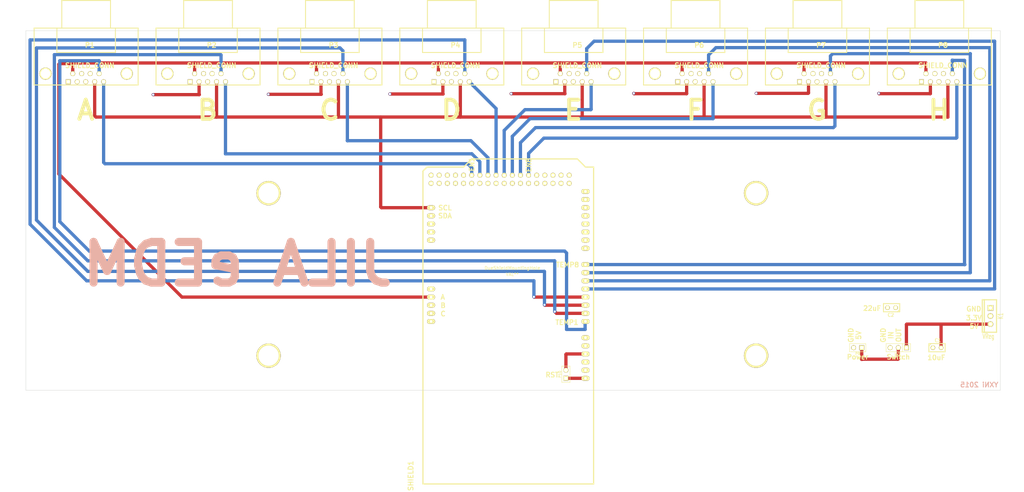
<source format=kicad_pcb>
(kicad_pcb (version 3) (host pcbnew "(2013-07-07 BZR 4022)-stable")

  (general
    (links 86)
    (no_connects 9)
    (area 49.4 51.663599 369.500001 214.613066)
    (thickness 1.6)
    (drawings 34)
    (tracks 332)
    (zones 0)
    (modules 16)
    (nets 27)
  )

  (page A3)
  (layers
    (15 F.Cu signal)
    (2 Inner2.Cu signal)
    (1 Inner1.Cu signal)
    (0 B.Cu signal)
    (16 B.Adhes user)
    (17 F.Adhes user)
    (18 B.Paste user)
    (19 F.Paste user)
    (20 B.SilkS user)
    (21 F.SilkS user)
    (22 B.Mask user)
    (23 F.Mask user)
    (24 Dwgs.User user)
    (25 Cmts.User user)
    (26 Eco1.User user)
    (27 Eco2.User user)
    (28 Edge.Cuts user)
  )

  (setup
    (last_trace_width 1.016)
    (trace_clearance 0.254)
    (zone_clearance 0.5)
    (zone_45_only yes)
    (trace_min 0.5)
    (segment_width 0.2)
    (edge_width 0.1)
    (via_size 0.889)
    (via_drill 0.635)
    (via_min_size 0.5)
    (via_min_drill 0.4)
    (uvia_size 0.508)
    (uvia_drill 0.127)
    (uvias_allowed no)
    (uvia_min_size 0.5)
    (uvia_min_drill 0.127)
    (pcb_text_width 0.3)
    (pcb_text_size 1.5 1.5)
    (mod_edge_width 0.15)
    (mod_text_size 1 1)
    (mod_text_width 0.15)
    (pad_size 1.397 1.397)
    (pad_drill 0.8128)
    (pad_to_mask_clearance 0)
    (aux_axis_origin 0 0)
    (visible_elements 7FFFFFFF)
    (pcbplotparams
      (layerselection 284196871)
      (usegerberextensions true)
      (excludeedgelayer true)
      (linewidth 0.150000)
      (plotframeref false)
      (viasonmask false)
      (mode 1)
      (useauxorigin false)
      (hpglpennumber 1)
      (hpglpenspeed 20)
      (hpglpendiameter 15)
      (hpglpenoverlay 2)
      (psnegative false)
      (psa4output false)
      (plotreference false)
      (plotvalue false)
      (plotothertext false)
      (plotinvisibletext false)
      (padsonsilk false)
      (subtractmaskfromsilk false)
      (outputformat 1)
      (mirror false)
      (drillshape 0)
      (scaleselection 1)
      (outputdirectory Gerber/))
  )

  (net 0 "")
  (net 1 5V)
  (net 2 5V_switch)
  (net 3 A)
  (net 4 B)
  (net 5 C)
  (net 6 EN1)
  (net 7 EN2)
  (net 8 EN3)
  (net 9 EN4)
  (net 10 EN5)
  (net 11 EN6)
  (net 12 EN7)
  (net 13 EN8)
  (net 14 GND)
  (net 15 RST)
  (net 16 SCL)
  (net 17 SDA)
  (net 18 TEMP1)
  (net 19 TEMP2)
  (net 20 TEMP3)
  (net 21 TEMP4)
  (net 22 TEMP5)
  (net 23 TEMP6)
  (net 24 TEMP7)
  (net 25 TEMP8)
  (net 26 VDD)

  (net_class Default "This is the default net class."
    (clearance 0.254)
    (trace_width 1.016)
    (via_dia 0.889)
    (via_drill 0.635)
    (uvia_dia 0.508)
    (uvia_drill 0.127)
    (add_net "")
    (add_net 5V)
    (add_net 5V_switch)
    (add_net A)
    (add_net B)
    (add_net C)
    (add_net EN1)
    (add_net EN2)
    (add_net EN3)
    (add_net EN4)
    (add_net EN5)
    (add_net EN6)
    (add_net EN7)
    (add_net EN8)
    (add_net GND)
    (add_net RST)
    (add_net SCL)
    (add_net SDA)
    (add_net TEMP1)
    (add_net TEMP2)
    (add_net TEMP3)
    (add_net TEMP4)
    (add_net TEMP5)
    (add_net TEMP6)
    (add_net TEMP7)
    (add_net TEMP8)
    (add_net VDD)
  )

  (module "ARDUINO MEGA SHIELD" (layer F.Cu) (tedit 560A2A3B) (tstamp 56049DCD)
    (at 234.95 203.2 90)
    (path /55A9A355)
    (fp_text reference SHIELD1 (at 2.54 -57.15 90) (layer F.SilkS)
      (effects (font (size 1.524 1.524) (thickness 0.3048)))
    )
    (fp_text value ARDUINO_MEGA_SHIELD (at 5.08 -54.61 90) (layer F.SilkS) hide
      (effects (font (size 1.524 1.524) (thickness 0.3048)))
    )
    (fp_line (start 99.06 0) (end 0 0) (layer F.SilkS) (width 0.381))
    (fp_line (start 97.79 -53.34) (end 0 -53.34) (layer F.SilkS) (width 0.381))
    (fp_line (start 99.06 -40.64) (end 99.06 -52.07) (layer F.SilkS) (width 0.381))
    (fp_line (start 99.06 -52.07) (end 97.79 -53.34) (layer F.SilkS) (width 0.381))
    (fp_line (start 0 0) (end 0 -53.34) (layer F.SilkS) (width 0.381))
    (fp_line (start 99.06 -40.64) (end 101.6 -38.1) (layer F.SilkS) (width 0.381))
    (fp_line (start 101.6 -38.1) (end 101.6 -5.08) (layer F.SilkS) (width 0.381))
    (fp_line (start 101.6 -5.08) (end 99.06 -2.54) (layer F.SilkS) (width 0.381))
    (fp_line (start 99.06 -2.54) (end 99.06 0) (layer F.SilkS) (width 0.381))
    (pad 17 thru_hole oval (at 76.2 -50.8 180) (size 2.54 1.524) (drill 0.8128)
      (layers *.Cu *.Mask F.SilkS)
    )
    (pad 18 thru_hole oval (at 78.74 -50.8 180) (size 2.54 1.524) (drill 0.8128)
      (layers *.Cu *.Mask F.SilkS)
    )
    (pad 19 thru_hole oval (at 81.28 -50.8 180) (size 2.54 1.524) (drill 0.8128)
      (layers *.Cu *.Mask F.SilkS)
    )
    (pad 20 thru_hole oval (at 83.82 -50.8 180) (size 2.54 1.524) (drill 0.8128)
      (layers *.Cu *.Mask F.SilkS)
      (net 17 SDA)
    )
    (pad 21 thru_hole oval (at 86.36 -50.8 180) (size 2.54 1.524) (drill 0.8128)
      (layers *.Cu *.Mask F.SilkS)
      (net 16 SCL)
    )
    (pad AD15 thru_hole oval (at 91.44 -2.54 180) (size 2.54 1.524) (drill 0.8128)
      (layers *.Cu *.Mask F.SilkS)
    )
    (pad AD14 thru_hole oval (at 88.9 -2.54 180) (size 2.54 1.524) (drill 0.8128)
      (layers *.Cu *.Mask F.SilkS)
    )
    (pad AD13 thru_hole oval (at 86.36 -2.54 180) (size 2.54 1.524) (drill 0.8128)
      (layers *.Cu *.Mask F.SilkS)
    )
    (pad AD12 thru_hole oval (at 83.82 -2.54 180) (size 2.54 1.524) (drill 0.8128)
      (layers *.Cu *.Mask F.SilkS)
    )
    (pad AD8 thru_hole oval (at 73.66 -2.54 180) (size 2.54 1.524) (drill 0.8128)
      (layers *.Cu *.Mask F.SilkS)
    )
    (pad AD7 thru_hole oval (at 68.58 -2.54 180) (size 2.54 1.524) (drill 0.8128)
      (layers *.Cu *.Mask F.SilkS)
      (net 25 TEMP8)
    )
    (pad AD6 thru_hole oval (at 66.04 -2.54 180) (size 2.54 1.524) (drill 0.8128)
      (layers *.Cu *.Mask F.SilkS)
      (net 24 TEMP7)
    )
    (pad AD9 thru_hole oval (at 76.2 -2.54 180) (size 2.54 1.524) (drill 0.8128)
      (layers *.Cu *.Mask F.SilkS)
    )
    (pad AD10 thru_hole oval (at 78.74 -2.54 180) (size 2.54 1.524) (drill 0.8128)
      (layers *.Cu *.Mask F.SilkS)
    )
    (pad AD11 thru_hole oval (at 81.28 -2.54 180) (size 2.54 1.524) (drill 0.8128)
      (layers *.Cu *.Mask F.SilkS)
    )
    (pad AD5 thru_hole oval (at 63.5 -2.54 180) (size 2.54 1.524) (drill 0.8128)
      (layers *.Cu *.Mask F.SilkS)
      (net 23 TEMP6)
    )
    (pad AD4 thru_hole oval (at 60.96 -2.54 180) (size 2.54 1.524) (drill 0.8128)
      (layers *.Cu *.Mask F.SilkS)
      (net 22 TEMP5)
    )
    (pad AD3 thru_hole oval (at 58.42 -2.54 180) (size 2.54 1.524) (drill 0.8128)
      (layers *.Cu *.Mask F.SilkS)
      (net 21 TEMP4)
    )
    (pad AD0 thru_hole oval (at 50.8 -2.54 180) (size 2.54 1.524) (drill 0.8128)
      (layers *.Cu *.Mask F.SilkS)
      (net 18 TEMP1)
    )
    (pad AD1 thru_hole oval (at 53.34 -2.54 180) (size 2.54 1.524) (drill 0.8128)
      (layers *.Cu *.Mask F.SilkS)
      (net 19 TEMP2)
    )
    (pad AD2 thru_hole oval (at 55.88 -2.54 180) (size 2.54 1.524) (drill 0.8128)
      (layers *.Cu *.Mask F.SilkS)
      (net 20 TEMP3)
    )
    (pad V_IN thru_hole oval (at 45.72 -2.54 180) (size 2.54 1.524) (drill 0.8128)
      (layers *.Cu *.Mask F.SilkS)
    )
    (pad GND2 thru_hole oval (at 43.18 -2.54 180) (size 2.54 1.524) (drill 0.8128)
      (layers *.Cu *.Mask F.SilkS)
      (net 14 GND)
    )
    (pad GND1 thru_hole oval (at 40.64 -2.54 180) (size 2.54 1.524) (drill 0.8128)
      (layers *.Cu *.Mask F.SilkS)
      (net 14 GND)
    )
    (pad 3V3 thru_hole oval (at 35.56 -2.54 180) (size 2.54 1.524) (drill 0.8128)
      (layers *.Cu *.Mask F.SilkS)
    )
    (pad RST thru_hole oval (at 33.02 -2.54 180) (size 2.54 1.524) (drill 0.8128)
      (layers *.Cu *.Mask F.SilkS)
      (net 15 RST)
    )
    (pad 1 thru_hole oval (at 60.96 -50.8 180) (size 2.54 1.524) (drill 0.8128)
      (layers *.Cu *.Mask F.SilkS)
    )
    (pad 2 thru_hole oval (at 58.42 -50.8 180) (size 2.54 1.524) (drill 0.8128)
      (layers *.Cu *.Mask F.SilkS)
      (net 3 A)
    )
    (pad 3 thru_hole oval (at 55.88 -50.8 180) (size 2.54 1.524) (drill 0.8128)
      (layers *.Cu *.Mask F.SilkS)
      (net 4 B)
    )
    (pad 4 thru_hole oval (at 53.34 -50.8 180) (size 2.54 1.524) (drill 0.8128)
      (layers *.Cu *.Mask F.SilkS)
      (net 5 C)
    )
    (pad 5 thru_hole oval (at 50.8 -50.8 180) (size 2.54 1.524) (drill 0.8128)
      (layers *.Cu *.Mask F.SilkS)
    )
    (pad 5V thru_hole oval (at 38.1 -2.54 180) (size 2.54 1.524) (drill 0.8128)
      (layers *.Cu *.Mask F.SilkS)
    )
    (pad 22 thru_hole circle (at 93.98 -48.26 90) (size 1.524 1.524) (drill 0.8128)
      (layers *.Cu *.Mask F.SilkS)
    )
    (pad 23 thru_hole circle (at 96.52 -48.26 90) (size 1.524 1.524) (drill 0.8128)
      (layers *.Cu *.Mask F.SilkS)
    )
    (pad 24 thru_hole circle (at 93.98 -45.72 90) (size 1.524 1.524) (drill 0.8128)
      (layers *.Cu *.Mask F.SilkS)
    )
    (pad 25 thru_hole circle (at 96.52 -45.72 90) (size 1.524 1.524) (drill 0.8128)
      (layers *.Cu *.Mask F.SilkS)
    )
    (pad 26 thru_hole circle (at 93.98 -43.18 90) (size 1.524 1.524) (drill 0.8128)
      (layers *.Cu *.Mask F.SilkS)
    )
    (pad 27 thru_hole circle (at 96.52 -43.18 90) (size 1.524 1.524) (drill 0.8128)
      (layers *.Cu *.Mask F.SilkS)
    )
    (pad 28 thru_hole circle (at 93.98 -40.64 90) (size 1.524 1.524) (drill 0.8128)
      (layers *.Cu *.Mask F.SilkS)
    )
    (pad 29 thru_hole circle (at 96.52 -40.64 90) (size 1.524 1.524) (drill 0.8128)
      (layers *.Cu *.Mask F.SilkS)
    )
    (pad 5V_4 thru_hole circle (at 93.98 -50.8 90) (size 1.524 1.524) (drill 0.8128)
      (layers *.Cu *.Mask F.SilkS)
    )
    (pad 5V_5 thru_hole circle (at 96.52 -50.8 90) (size 1.524 1.524) (drill 0.8128)
      (layers *.Cu *.Mask F.SilkS)
    )
    (pad 31 thru_hole circle (at 96.52 -38.1 90) (size 1.524 1.524) (drill 0.8128)
      (layers *.Cu *.Mask F.SilkS)
      (net 6 EN1)
    )
    (pad 30 thru_hole circle (at 93.98 -38.1 90) (size 1.524 1.524) (drill 0.8128)
      (layers *.Cu *.Mask F.SilkS)
    )
    (pad 32 thru_hole circle (at 93.98 -35.56 90) (size 1.524 1.524) (drill 0.8128)
      (layers *.Cu *.Mask F.SilkS)
    )
    (pad 33 thru_hole circle (at 96.52 -35.56 90) (size 1.524 1.524) (drill 0.8128)
      (layers *.Cu *.Mask F.SilkS)
      (net 7 EN2)
    )
    (pad 34 thru_hole circle (at 93.98 -33.02 90) (size 1.524 1.524) (drill 0.8128)
      (layers *.Cu *.Mask F.SilkS)
    )
    (pad 35 thru_hole circle (at 96.52 -33.02 90) (size 1.524 1.524) (drill 0.8128)
      (layers *.Cu *.Mask F.SilkS)
      (net 8 EN3)
    )
    (pad 36 thru_hole circle (at 93.98 -30.48 90) (size 1.524 1.524) (drill 0.8128)
      (layers *.Cu *.Mask F.SilkS)
    )
    (pad 37 thru_hole circle (at 96.52 -30.48 90) (size 1.524 1.524) (drill 0.8128)
      (layers *.Cu *.Mask F.SilkS)
      (net 9 EN4)
    )
    (pad 38 thru_hole circle (at 93.98 -27.94 90) (size 1.524 1.524) (drill 0.8128)
      (layers *.Cu *.Mask F.SilkS)
    )
    (pad 39 thru_hole circle (at 96.52 -27.94 90) (size 1.524 1.524) (drill 0.8128)
      (layers *.Cu *.Mask F.SilkS)
      (net 10 EN5)
    )
    (pad 40 thru_hole circle (at 93.98 -25.4 90) (size 1.524 1.524) (drill 0.8128)
      (layers *.Cu *.Mask F.SilkS)
    )
    (pad 41 thru_hole circle (at 96.52 -25.4 90) (size 1.524 1.524) (drill 0.8128)
      (layers *.Cu *.Mask F.SilkS)
      (net 11 EN6)
    )
    (pad 42 thru_hole circle (at 93.98 -22.86 90) (size 1.524 1.524) (drill 0.8128)
      (layers *.Cu *.Mask F.SilkS)
    )
    (pad 43 thru_hole circle (at 96.52 -22.86 90) (size 1.524 1.524) (drill 0.8128)
      (layers *.Cu *.Mask F.SilkS)
      (net 12 EN7)
    )
    (pad 44 thru_hole circle (at 93.98 -20.32 90) (size 1.524 1.524) (drill 0.8128)
      (layers *.Cu *.Mask F.SilkS)
    )
    (pad 45 thru_hole circle (at 96.52 -20.32 90) (size 1.524 1.524) (drill 0.8128)
      (layers *.Cu *.Mask F.SilkS)
      (net 13 EN8)
    )
    (pad 46 thru_hole circle (at 93.98 -17.78 90) (size 1.524 1.524) (drill 0.8128)
      (layers *.Cu *.Mask F.SilkS)
    )
    (pad 47 thru_hole circle (at 96.52 -17.78 90) (size 1.524 1.524) (drill 0.8128)
      (layers *.Cu *.Mask F.SilkS)
    )
    (pad 48 thru_hole circle (at 93.98 -15.24 90) (size 1.524 1.524) (drill 0.8128)
      (layers *.Cu *.Mask F.SilkS)
    )
    (pad 49 thru_hole circle (at 96.52 -15.24 90) (size 1.524 1.524) (drill 0.8128)
      (layers *.Cu *.Mask F.SilkS)
    )
    (pad 50 thru_hole circle (at 93.98 -12.7 90) (size 1.524 1.524) (drill 0.8128)
      (layers *.Cu *.Mask F.SilkS)
    )
    (pad 51 thru_hole circle (at 96.52 -12.7 90) (size 1.524 1.524) (drill 0.8128)
      (layers *.Cu *.Mask F.SilkS)
    )
    (pad 52 thru_hole circle (at 93.98 -10.16 90) (size 1.524 1.524) (drill 0.8128)
      (layers *.Cu *.Mask F.SilkS)
    )
    (pad 53 thru_hole circle (at 96.52 -10.16 90) (size 1.524 1.524) (drill 0.8128)
      (layers *.Cu *.Mask F.SilkS)
    )
    (pad GND4 thru_hole circle (at 93.98 -7.62 90) (size 1.524 1.524) (drill 0.8128)
      (layers *.Cu *.Mask F.SilkS)
      (net 14 GND)
    )
    (pad GND5 thru_hole circle (at 96.52 -7.62 90) (size 1.524 1.524) (drill 0.8128)
      (layers *.Cu *.Mask F.SilkS)
      (net 14 GND)
    )
  )

  (module DueShieldMountingHole (layer F.Cu) (tedit 56060DEB) (tstamp 56060E71)
    (at 209.55 137.6934)
    (fp_text reference DueShieldMountingHole (at 0 -2) (layer F.SilkS)
      (effects (font (size 1 1) (thickness 0.15)))
    )
    (fp_text value VAL** (at 0 0) (layer F.SilkS)
      (effects (font (size 1 1) (thickness 0.15)))
    )
    (pad "" np_thru_hole circle (at -76.2 25.4) (size 7.62 7.62) (drill 6.35)
      (layers *.Cu *.Mask F.SilkS)
    )
    (pad "" np_thru_hole circle (at 76.2 25.4) (size 7.62 7.62) (drill 6.35)
      (layers *.Cu *.Mask F.SilkS)
    )
    (pad "" np_thru_hole circle (at 76.2 -25.4) (size 7.62 7.62) (drill 6.35)
      (layers *.Cu *.Mask F.SilkS)
    )
    (pad "" np_thru_hole circle (at -76.2 -25.4) (size 7.62 7.62) (drill 6.35)
      (layers *.Cu *.Mask F.SilkS)
    )
  )

  (module TO220_VERT (layer F.Cu) (tedit 5605F67B) (tstamp 560A2A61)
    (at 359 150.7 180)
    (descr "Regulateur TO220 serie LM78xx")
    (tags "TR TO220")
    (path /56049912)
    (fp_text reference K1 (at -3.175 0 270) (layer F.SilkS)
      (effects (font (size 1.524 1.016) (thickness 0.2032)))
    )
    (fp_text value VReg (at 0.635 -6.35 180) (layer F.SilkS)
      (effects (font (size 1.524 1.016) (thickness 0.2032)))
    )
    (fp_line (start 1.905 -5.08) (end 2.54 -5.08) (layer F.SilkS) (width 0.381))
    (fp_line (start 2.54 -5.08) (end 2.54 5.08) (layer F.SilkS) (width 0.381))
    (fp_line (start 2.54 5.08) (end 1.905 5.08) (layer F.SilkS) (width 0.381))
    (fp_line (start -1.905 -5.08) (end 1.905 -5.08) (layer F.SilkS) (width 0.381))
    (fp_line (start 1.905 -5.08) (end 1.905 5.08) (layer F.SilkS) (width 0.381))
    (fp_line (start 1.905 5.08) (end -1.905 5.08) (layer F.SilkS) (width 0.381))
    (fp_line (start -1.905 5.08) (end -1.905 -5.08) (layer F.SilkS) (width 0.381))
    (pad 3 thru_hole circle (at 0 -2.54 180) (size 1.778 1.778) (drill 1.016)
      (layers *.Cu *.Mask F.SilkS)
      (net 2 5V_switch)
    )
    (pad 2 thru_hole circle (at 0 0 180) (size 1.778 1.778) (drill 1.016)
      (layers *.Cu *.Mask F.SilkS)
      (net 26 VDD)
    )
    (pad 1 thru_hole rect (at 0 2.54 180) (size 1.778 1.778) (drill 1.016)
      (layers *.Cu *.Mask F.SilkS)
      (net 14 GND)
    )
  )

  (module PIN_ARRAY_2X1 (layer F.Cu) (tedit 4565C520) (tstamp 56049C82)
    (at 317.5 160.6 180)
    (descr "Connecteurs 2 pins")
    (tags "CONN DEV")
    (path /55A9A36A)
    (fp_text reference P9 (at 0 -1.905 180) (layer F.SilkS)
      (effects (font (size 0.762 0.762) (thickness 0.1524)))
    )
    (fp_text value Power (at 0 -1.905 180) (layer F.SilkS) hide
      (effects (font (size 0.762 0.762) (thickness 0.1524)))
    )
    (fp_line (start -2.54 1.27) (end -2.54 -1.27) (layer F.SilkS) (width 0.1524))
    (fp_line (start -2.54 -1.27) (end 2.54 -1.27) (layer F.SilkS) (width 0.1524))
    (fp_line (start 2.54 -1.27) (end 2.54 1.27) (layer F.SilkS) (width 0.1524))
    (fp_line (start 2.54 1.27) (end -2.54 1.27) (layer F.SilkS) (width 0.1524))
    (pad 1 thru_hole rect (at -1.27 0 180) (size 1.524 1.524) (drill 1.016)
      (layers *.Cu *.Mask F.SilkS)
      (net 1 5V)
    )
    (pad 2 thru_hole circle (at 1.27 0 180) (size 1.524 1.524) (drill 1.016)
      (layers *.Cu *.Mask F.SilkS)
      (net 14 GND)
    )
    (model pin_array/pins_array_2x1.wrl
      (at (xyz 0 0 0))
      (scale (xyz 1 1 1))
      (rotate (xyz 0 0 0))
    )
  )

  (module PIN_ARRAY_2X1 (layer F.Cu) (tedit 4565C520) (tstamp 56049C8C)
    (at 226.3 168.9 90)
    (descr "Connecteurs 2 pins")
    (tags "CONN DEV")
    (path /55A9A674)
    (fp_text reference P10 (at 0 -1.905 90) (layer F.SilkS)
      (effects (font (size 0.762 0.762) (thickness 0.1524)))
    )
    (fp_text value Reset (at 0 -1.905 90) (layer F.SilkS) hide
      (effects (font (size 0.762 0.762) (thickness 0.1524)))
    )
    (fp_line (start -2.54 1.27) (end -2.54 -1.27) (layer F.SilkS) (width 0.1524))
    (fp_line (start -2.54 -1.27) (end 2.54 -1.27) (layer F.SilkS) (width 0.1524))
    (fp_line (start 2.54 -1.27) (end 2.54 1.27) (layer F.SilkS) (width 0.1524))
    (fp_line (start 2.54 1.27) (end -2.54 1.27) (layer F.SilkS) (width 0.1524))
    (pad 1 thru_hole rect (at -1.27 0 90) (size 1.524 1.524) (drill 1.016)
      (layers *.Cu *.Mask F.SilkS)
      (net 15 RST)
    )
    (pad 2 thru_hole circle (at 1.27 0 90) (size 1.524 1.524) (drill 1.016)
      (layers *.Cu *.Mask F.SilkS)
      (net 14 GND)
    )
    (model pin_array/pins_array_2x1.wrl
      (at (xyz 0 0 0))
      (scale (xyz 1 1 1))
      (rotate (xyz 0 0 0))
    )
  )

  (module DB9FC (layer F.Cu) (tedit 200000) (tstamp 56049CA5)
    (at 76.2 76.2)
    (descr "Connecteur DB9 femelle couche")
    (tags "CONN DB9")
    (path /55A9A29F)
    (fp_text reference P1 (at 1.27 -10.16) (layer F.SilkS)
      (effects (font (size 1.524 1.524) (thickness 0.3048)))
    )
    (fp_text value SHIELD_CONN (at 1.27 -3.81) (layer F.SilkS)
      (effects (font (size 1.524 1.524) (thickness 0.3048)))
    )
    (fp_line (start -16.129 2.286) (end 16.383 2.286) (layer F.SilkS) (width 0.3048))
    (fp_line (start 16.383 2.286) (end 16.383 -15.494) (layer F.SilkS) (width 0.3048))
    (fp_line (start 16.383 -15.494) (end -16.129 -15.494) (layer F.SilkS) (width 0.3048))
    (fp_line (start -16.129 -15.494) (end -16.129 2.286) (layer F.SilkS) (width 0.3048))
    (fp_line (start -9.017 -15.494) (end -9.017 -7.874) (layer F.SilkS) (width 0.3048))
    (fp_line (start -9.017 -7.874) (end 9.271 -7.874) (layer F.SilkS) (width 0.3048))
    (fp_line (start 9.271 -7.874) (end 9.271 -15.494) (layer F.SilkS) (width 0.3048))
    (fp_line (start -7.493 -15.494) (end -7.493 -24.13) (layer F.SilkS) (width 0.3048))
    (fp_line (start -7.493 -24.13) (end 7.747 -24.13) (layer F.SilkS) (width 0.3048))
    (fp_line (start 7.747 -24.13) (end 7.747 -15.494) (layer F.SilkS) (width 0.3048))
    (pad "" thru_hole circle (at 12.827 -1.27) (size 3.81 3.81) (drill 3.048)
      (layers *.Cu *.Mask F.SilkS)
    )
    (pad "" thru_hole circle (at -12.573 -1.27) (size 3.81 3.81) (drill 3.048)
      (layers *.Cu *.Mask F.SilkS)
    )
    (pad 1 thru_hole rect (at -5.461 1.27) (size 1.524 1.524) (drill 1.016)
      (layers *.Cu *.Mask F.SilkS)
      (net 26 VDD)
    )
    (pad 2 thru_hole circle (at -2.667 1.27) (size 1.524 1.524) (drill 1.016)
      (layers *.Cu *.Mask F.SilkS)
      (net 14 GND)
    )
    (pad 3 thru_hole circle (at 0 1.27) (size 1.524 1.524) (drill 1.016)
      (layers *.Cu *.Mask F.SilkS)
      (net 17 SDA)
    )
    (pad 4 thru_hole circle (at 2.794 1.27) (size 1.524 1.524) (drill 1.016)
      (layers *.Cu *.Mask F.SilkS)
      (net 16 SCL)
    )
    (pad 5 thru_hole circle (at 5.588 1.27) (size 1.524 1.524) (drill 1.016)
      (layers *.Cu *.Mask F.SilkS)
      (net 6 EN1)
    )
    (pad 6 thru_hole circle (at -4.064 -1.27) (size 1.524 1.524) (drill 1.016)
      (layers *.Cu *.Mask F.SilkS)
      (net 3 A)
    )
    (pad 7 thru_hole circle (at -1.27 -1.27) (size 1.524 1.524) (drill 1.016)
      (layers *.Cu *.Mask F.SilkS)
      (net 4 B)
    )
    (pad 8 thru_hole circle (at 1.397 -1.27) (size 1.524 1.524) (drill 1.016)
      (layers *.Cu *.Mask F.SilkS)
      (net 5 C)
    )
    (pad 9 thru_hole circle (at 4.191 -1.27) (size 1.524 1.524) (drill 1.016)
      (layers *.Cu *.Mask F.SilkS)
      (net 18 TEMP1)
    )
    (model conn_DBxx/db9_female_pin90deg.wrl
      (at (xyz 0 0 0))
      (scale (xyz 1 1 1))
      (rotate (xyz 0 0 0))
    )
  )

  (module DB9FC (layer F.Cu) (tedit 200000) (tstamp 56049CBE)
    (at 228.6 76.2)
    (descr "Connecteur DB9 femelle couche")
    (tags "CONN DB9")
    (path /55A9A2D8)
    (fp_text reference P5 (at 1.27 -10.16) (layer F.SilkS)
      (effects (font (size 1.524 1.524) (thickness 0.3048)))
    )
    (fp_text value SHIELD_CONN (at 1.27 -3.81) (layer F.SilkS)
      (effects (font (size 1.524 1.524) (thickness 0.3048)))
    )
    (fp_line (start -16.129 2.286) (end 16.383 2.286) (layer F.SilkS) (width 0.3048))
    (fp_line (start 16.383 2.286) (end 16.383 -15.494) (layer F.SilkS) (width 0.3048))
    (fp_line (start 16.383 -15.494) (end -16.129 -15.494) (layer F.SilkS) (width 0.3048))
    (fp_line (start -16.129 -15.494) (end -16.129 2.286) (layer F.SilkS) (width 0.3048))
    (fp_line (start -9.017 -15.494) (end -9.017 -7.874) (layer F.SilkS) (width 0.3048))
    (fp_line (start -9.017 -7.874) (end 9.271 -7.874) (layer F.SilkS) (width 0.3048))
    (fp_line (start 9.271 -7.874) (end 9.271 -15.494) (layer F.SilkS) (width 0.3048))
    (fp_line (start -7.493 -15.494) (end -7.493 -24.13) (layer F.SilkS) (width 0.3048))
    (fp_line (start -7.493 -24.13) (end 7.747 -24.13) (layer F.SilkS) (width 0.3048))
    (fp_line (start 7.747 -24.13) (end 7.747 -15.494) (layer F.SilkS) (width 0.3048))
    (pad "" thru_hole circle (at 12.827 -1.27) (size 3.81 3.81) (drill 3.048)
      (layers *.Cu *.Mask F.SilkS)
    )
    (pad "" thru_hole circle (at -12.573 -1.27) (size 3.81 3.81) (drill 3.048)
      (layers *.Cu *.Mask F.SilkS)
    )
    (pad 1 thru_hole rect (at -5.461 1.27) (size 1.524 1.524) (drill 1.016)
      (layers *.Cu *.Mask F.SilkS)
      (net 26 VDD)
    )
    (pad 2 thru_hole circle (at -2.667 1.27) (size 1.524 1.524) (drill 1.016)
      (layers *.Cu *.Mask F.SilkS)
      (net 14 GND)
    )
    (pad 3 thru_hole circle (at 0 1.27) (size 1.524 1.524) (drill 1.016)
      (layers *.Cu *.Mask F.SilkS)
      (net 17 SDA)
    )
    (pad 4 thru_hole circle (at 2.794 1.27) (size 1.524 1.524) (drill 1.016)
      (layers *.Cu *.Mask F.SilkS)
      (net 16 SCL)
    )
    (pad 5 thru_hole circle (at 5.588 1.27) (size 1.524 1.524) (drill 1.016)
      (layers *.Cu *.Mask F.SilkS)
      (net 10 EN5)
    )
    (pad 6 thru_hole circle (at -4.064 -1.27) (size 1.524 1.524) (drill 1.016)
      (layers *.Cu *.Mask F.SilkS)
      (net 3 A)
    )
    (pad 7 thru_hole circle (at -1.27 -1.27) (size 1.524 1.524) (drill 1.016)
      (layers *.Cu *.Mask F.SilkS)
      (net 4 B)
    )
    (pad 8 thru_hole circle (at 1.397 -1.27) (size 1.524 1.524) (drill 1.016)
      (layers *.Cu *.Mask F.SilkS)
      (net 5 C)
    )
    (pad 9 thru_hole circle (at 4.191 -1.27) (size 1.524 1.524) (drill 1.016)
      (layers *.Cu *.Mask F.SilkS)
      (net 22 TEMP5)
    )
    (model conn_DBxx/db9_female_pin90deg.wrl
      (at (xyz 0 0 0))
      (scale (xyz 1 1 1))
      (rotate (xyz 0 0 0))
    )
  )

  (module DB9FC (layer F.Cu) (tedit 200000) (tstamp 56049CD7)
    (at 114.3 76.2)
    (descr "Connecteur DB9 femelle couche")
    (tags "CONN DB9")
    (path /55A9A2E6)
    (fp_text reference P2 (at 1.27 -10.16) (layer F.SilkS)
      (effects (font (size 1.524 1.524) (thickness 0.3048)))
    )
    (fp_text value SHIELD_CONN (at 1.27 -3.81) (layer F.SilkS)
      (effects (font (size 1.524 1.524) (thickness 0.3048)))
    )
    (fp_line (start -16.129 2.286) (end 16.383 2.286) (layer F.SilkS) (width 0.3048))
    (fp_line (start 16.383 2.286) (end 16.383 -15.494) (layer F.SilkS) (width 0.3048))
    (fp_line (start 16.383 -15.494) (end -16.129 -15.494) (layer F.SilkS) (width 0.3048))
    (fp_line (start -16.129 -15.494) (end -16.129 2.286) (layer F.SilkS) (width 0.3048))
    (fp_line (start -9.017 -15.494) (end -9.017 -7.874) (layer F.SilkS) (width 0.3048))
    (fp_line (start -9.017 -7.874) (end 9.271 -7.874) (layer F.SilkS) (width 0.3048))
    (fp_line (start 9.271 -7.874) (end 9.271 -15.494) (layer F.SilkS) (width 0.3048))
    (fp_line (start -7.493 -15.494) (end -7.493 -24.13) (layer F.SilkS) (width 0.3048))
    (fp_line (start -7.493 -24.13) (end 7.747 -24.13) (layer F.SilkS) (width 0.3048))
    (fp_line (start 7.747 -24.13) (end 7.747 -15.494) (layer F.SilkS) (width 0.3048))
    (pad "" thru_hole circle (at 12.827 -1.27) (size 3.81 3.81) (drill 3.048)
      (layers *.Cu *.Mask F.SilkS)
    )
    (pad "" thru_hole circle (at -12.573 -1.27) (size 3.81 3.81) (drill 3.048)
      (layers *.Cu *.Mask F.SilkS)
    )
    (pad 1 thru_hole rect (at -5.461 1.27) (size 1.524 1.524) (drill 1.016)
      (layers *.Cu *.Mask F.SilkS)
      (net 26 VDD)
    )
    (pad 2 thru_hole circle (at -2.667 1.27) (size 1.524 1.524) (drill 1.016)
      (layers *.Cu *.Mask F.SilkS)
      (net 14 GND)
    )
    (pad 3 thru_hole circle (at 0 1.27) (size 1.524 1.524) (drill 1.016)
      (layers *.Cu *.Mask F.SilkS)
      (net 17 SDA)
    )
    (pad 4 thru_hole circle (at 2.794 1.27) (size 1.524 1.524) (drill 1.016)
      (layers *.Cu *.Mask F.SilkS)
      (net 16 SCL)
    )
    (pad 5 thru_hole circle (at 5.588 1.27) (size 1.524 1.524) (drill 1.016)
      (layers *.Cu *.Mask F.SilkS)
      (net 7 EN2)
    )
    (pad 6 thru_hole circle (at -4.064 -1.27) (size 1.524 1.524) (drill 1.016)
      (layers *.Cu *.Mask F.SilkS)
      (net 3 A)
    )
    (pad 7 thru_hole circle (at -1.27 -1.27) (size 1.524 1.524) (drill 1.016)
      (layers *.Cu *.Mask F.SilkS)
      (net 4 B)
    )
    (pad 8 thru_hole circle (at 1.397 -1.27) (size 1.524 1.524) (drill 1.016)
      (layers *.Cu *.Mask F.SilkS)
      (net 5 C)
    )
    (pad 9 thru_hole circle (at 4.191 -1.27) (size 1.524 1.524) (drill 1.016)
      (layers *.Cu *.Mask F.SilkS)
      (net 19 TEMP2)
    )
    (model conn_DBxx/db9_female_pin90deg.wrl
      (at (xyz 0 0 0))
      (scale (xyz 1 1 1))
      (rotate (xyz 0 0 0))
    )
  )

  (module DB9FC (layer F.Cu) (tedit 200000) (tstamp 56049CF0)
    (at 266.7 76.2)
    (descr "Connecteur DB9 femelle couche")
    (tags "CONN DB9")
    (path /55A9A2F4)
    (fp_text reference P6 (at 1.27 -10.16) (layer F.SilkS)
      (effects (font (size 1.524 1.524) (thickness 0.3048)))
    )
    (fp_text value SHIELD_CONN (at 1.27 -3.81) (layer F.SilkS)
      (effects (font (size 1.524 1.524) (thickness 0.3048)))
    )
    (fp_line (start -16.129 2.286) (end 16.383 2.286) (layer F.SilkS) (width 0.3048))
    (fp_line (start 16.383 2.286) (end 16.383 -15.494) (layer F.SilkS) (width 0.3048))
    (fp_line (start 16.383 -15.494) (end -16.129 -15.494) (layer F.SilkS) (width 0.3048))
    (fp_line (start -16.129 -15.494) (end -16.129 2.286) (layer F.SilkS) (width 0.3048))
    (fp_line (start -9.017 -15.494) (end -9.017 -7.874) (layer F.SilkS) (width 0.3048))
    (fp_line (start -9.017 -7.874) (end 9.271 -7.874) (layer F.SilkS) (width 0.3048))
    (fp_line (start 9.271 -7.874) (end 9.271 -15.494) (layer F.SilkS) (width 0.3048))
    (fp_line (start -7.493 -15.494) (end -7.493 -24.13) (layer F.SilkS) (width 0.3048))
    (fp_line (start -7.493 -24.13) (end 7.747 -24.13) (layer F.SilkS) (width 0.3048))
    (fp_line (start 7.747 -24.13) (end 7.747 -15.494) (layer F.SilkS) (width 0.3048))
    (pad "" thru_hole circle (at 12.827 -1.27) (size 3.81 3.81) (drill 3.048)
      (layers *.Cu *.Mask F.SilkS)
    )
    (pad "" thru_hole circle (at -12.573 -1.27) (size 3.81 3.81) (drill 3.048)
      (layers *.Cu *.Mask F.SilkS)
    )
    (pad 1 thru_hole rect (at -5.461 1.27) (size 1.524 1.524) (drill 1.016)
      (layers *.Cu *.Mask F.SilkS)
      (net 26 VDD)
    )
    (pad 2 thru_hole circle (at -2.667 1.27) (size 1.524 1.524) (drill 1.016)
      (layers *.Cu *.Mask F.SilkS)
      (net 14 GND)
    )
    (pad 3 thru_hole circle (at 0 1.27) (size 1.524 1.524) (drill 1.016)
      (layers *.Cu *.Mask F.SilkS)
      (net 17 SDA)
    )
    (pad 4 thru_hole circle (at 2.794 1.27) (size 1.524 1.524) (drill 1.016)
      (layers *.Cu *.Mask F.SilkS)
      (net 16 SCL)
    )
    (pad 5 thru_hole circle (at 5.588 1.27) (size 1.524 1.524) (drill 1.016)
      (layers *.Cu *.Mask F.SilkS)
      (net 11 EN6)
    )
    (pad 6 thru_hole circle (at -4.064 -1.27) (size 1.524 1.524) (drill 1.016)
      (layers *.Cu *.Mask F.SilkS)
      (net 3 A)
    )
    (pad 7 thru_hole circle (at -1.27 -1.27) (size 1.524 1.524) (drill 1.016)
      (layers *.Cu *.Mask F.SilkS)
      (net 4 B)
    )
    (pad 8 thru_hole circle (at 1.397 -1.27) (size 1.524 1.524) (drill 1.016)
      (layers *.Cu *.Mask F.SilkS)
      (net 5 C)
    )
    (pad 9 thru_hole circle (at 4.191 -1.27) (size 1.524 1.524) (drill 1.016)
      (layers *.Cu *.Mask F.SilkS)
      (net 23 TEMP6)
    )
    (model conn_DBxx/db9_female_pin90deg.wrl
      (at (xyz 0 0 0))
      (scale (xyz 1 1 1))
      (rotate (xyz 0 0 0))
    )
  )

  (module DB9FC (layer F.Cu) (tedit 200000) (tstamp 56049D09)
    (at 152.4 76.2)
    (descr "Connecteur DB9 femelle couche")
    (tags "CONN DB9")
    (path /55A9A302)
    (fp_text reference P3 (at 1.27 -10.16) (layer F.SilkS)
      (effects (font (size 1.524 1.524) (thickness 0.3048)))
    )
    (fp_text value SHIELD_CONN (at 1.27 -3.81) (layer F.SilkS)
      (effects (font (size 1.524 1.524) (thickness 0.3048)))
    )
    (fp_line (start -16.129 2.286) (end 16.383 2.286) (layer F.SilkS) (width 0.3048))
    (fp_line (start 16.383 2.286) (end 16.383 -15.494) (layer F.SilkS) (width 0.3048))
    (fp_line (start 16.383 -15.494) (end -16.129 -15.494) (layer F.SilkS) (width 0.3048))
    (fp_line (start -16.129 -15.494) (end -16.129 2.286) (layer F.SilkS) (width 0.3048))
    (fp_line (start -9.017 -15.494) (end -9.017 -7.874) (layer F.SilkS) (width 0.3048))
    (fp_line (start -9.017 -7.874) (end 9.271 -7.874) (layer F.SilkS) (width 0.3048))
    (fp_line (start 9.271 -7.874) (end 9.271 -15.494) (layer F.SilkS) (width 0.3048))
    (fp_line (start -7.493 -15.494) (end -7.493 -24.13) (layer F.SilkS) (width 0.3048))
    (fp_line (start -7.493 -24.13) (end 7.747 -24.13) (layer F.SilkS) (width 0.3048))
    (fp_line (start 7.747 -24.13) (end 7.747 -15.494) (layer F.SilkS) (width 0.3048))
    (pad "" thru_hole circle (at 12.827 -1.27) (size 3.81 3.81) (drill 3.048)
      (layers *.Cu *.Mask F.SilkS)
    )
    (pad "" thru_hole circle (at -12.573 -1.27) (size 3.81 3.81) (drill 3.048)
      (layers *.Cu *.Mask F.SilkS)
    )
    (pad 1 thru_hole rect (at -5.461 1.27) (size 1.524 1.524) (drill 1.016)
      (layers *.Cu *.Mask F.SilkS)
      (net 26 VDD)
    )
    (pad 2 thru_hole circle (at -2.667 1.27) (size 1.524 1.524) (drill 1.016)
      (layers *.Cu *.Mask F.SilkS)
      (net 14 GND)
    )
    (pad 3 thru_hole circle (at 0 1.27) (size 1.524 1.524) (drill 1.016)
      (layers *.Cu *.Mask F.SilkS)
      (net 17 SDA)
    )
    (pad 4 thru_hole circle (at 2.794 1.27) (size 1.524 1.524) (drill 1.016)
      (layers *.Cu *.Mask F.SilkS)
      (net 16 SCL)
    )
    (pad 5 thru_hole circle (at 5.588 1.27) (size 1.524 1.524) (drill 1.016)
      (layers *.Cu *.Mask F.SilkS)
      (net 8 EN3)
    )
    (pad 6 thru_hole circle (at -4.064 -1.27) (size 1.524 1.524) (drill 1.016)
      (layers *.Cu *.Mask F.SilkS)
      (net 3 A)
    )
    (pad 7 thru_hole circle (at -1.27 -1.27) (size 1.524 1.524) (drill 1.016)
      (layers *.Cu *.Mask F.SilkS)
      (net 4 B)
    )
    (pad 8 thru_hole circle (at 1.397 -1.27) (size 1.524 1.524) (drill 1.016)
      (layers *.Cu *.Mask F.SilkS)
      (net 5 C)
    )
    (pad 9 thru_hole circle (at 4.191 -1.27) (size 1.524 1.524) (drill 1.016)
      (layers *.Cu *.Mask F.SilkS)
      (net 20 TEMP3)
    )
    (model conn_DBxx/db9_female_pin90deg.wrl
      (at (xyz 0 0 0))
      (scale (xyz 1 1 1))
      (rotate (xyz 0 0 0))
    )
  )

  (module DB9FC (layer F.Cu) (tedit 200000) (tstamp 56049D22)
    (at 304.8 76.2)
    (descr "Connecteur DB9 femelle couche")
    (tags "CONN DB9")
    (path /55A9A310)
    (fp_text reference P7 (at 1.27 -10.16) (layer F.SilkS)
      (effects (font (size 1.524 1.524) (thickness 0.3048)))
    )
    (fp_text value SHIELD_CONN (at 1.27 -3.81) (layer F.SilkS)
      (effects (font (size 1.524 1.524) (thickness 0.3048)))
    )
    (fp_line (start -16.129 2.286) (end 16.383 2.286) (layer F.SilkS) (width 0.3048))
    (fp_line (start 16.383 2.286) (end 16.383 -15.494) (layer F.SilkS) (width 0.3048))
    (fp_line (start 16.383 -15.494) (end -16.129 -15.494) (layer F.SilkS) (width 0.3048))
    (fp_line (start -16.129 -15.494) (end -16.129 2.286) (layer F.SilkS) (width 0.3048))
    (fp_line (start -9.017 -15.494) (end -9.017 -7.874) (layer F.SilkS) (width 0.3048))
    (fp_line (start -9.017 -7.874) (end 9.271 -7.874) (layer F.SilkS) (width 0.3048))
    (fp_line (start 9.271 -7.874) (end 9.271 -15.494) (layer F.SilkS) (width 0.3048))
    (fp_line (start -7.493 -15.494) (end -7.493 -24.13) (layer F.SilkS) (width 0.3048))
    (fp_line (start -7.493 -24.13) (end 7.747 -24.13) (layer F.SilkS) (width 0.3048))
    (fp_line (start 7.747 -24.13) (end 7.747 -15.494) (layer F.SilkS) (width 0.3048))
    (pad "" thru_hole circle (at 12.827 -1.27) (size 3.81 3.81) (drill 3.048)
      (layers *.Cu *.Mask F.SilkS)
    )
    (pad "" thru_hole circle (at -12.573 -1.27) (size 3.81 3.81) (drill 3.048)
      (layers *.Cu *.Mask F.SilkS)
    )
    (pad 1 thru_hole rect (at -5.461 1.27) (size 1.524 1.524) (drill 1.016)
      (layers *.Cu *.Mask F.SilkS)
      (net 26 VDD)
    )
    (pad 2 thru_hole circle (at -2.667 1.27) (size 1.524 1.524) (drill 1.016)
      (layers *.Cu *.Mask F.SilkS)
      (net 14 GND)
    )
    (pad 3 thru_hole circle (at 0 1.27) (size 1.524 1.524) (drill 1.016)
      (layers *.Cu *.Mask F.SilkS)
      (net 17 SDA)
    )
    (pad 4 thru_hole circle (at 2.794 1.27) (size 1.524 1.524) (drill 1.016)
      (layers *.Cu *.Mask F.SilkS)
      (net 16 SCL)
    )
    (pad 5 thru_hole circle (at 5.588 1.27) (size 1.524 1.524) (drill 1.016)
      (layers *.Cu *.Mask F.SilkS)
      (net 12 EN7)
    )
    (pad 6 thru_hole circle (at -4.064 -1.27) (size 1.524 1.524) (drill 1.016)
      (layers *.Cu *.Mask F.SilkS)
      (net 3 A)
    )
    (pad 7 thru_hole circle (at -1.27 -1.27) (size 1.524 1.524) (drill 1.016)
      (layers *.Cu *.Mask F.SilkS)
      (net 4 B)
    )
    (pad 8 thru_hole circle (at 1.397 -1.27) (size 1.524 1.524) (drill 1.016)
      (layers *.Cu *.Mask F.SilkS)
      (net 5 C)
    )
    (pad 9 thru_hole circle (at 4.191 -1.27) (size 1.524 1.524) (drill 1.016)
      (layers *.Cu *.Mask F.SilkS)
      (net 24 TEMP7)
    )
    (model conn_DBxx/db9_female_pin90deg.wrl
      (at (xyz 0 0 0))
      (scale (xyz 1 1 1))
      (rotate (xyz 0 0 0))
    )
  )

  (module DB9FC (layer F.Cu) (tedit 200000) (tstamp 56049D3B)
    (at 190.5 76.2)
    (descr "Connecteur DB9 femelle couche")
    (tags "CONN DB9")
    (path /55A9A31E)
    (fp_text reference P4 (at 1.27 -10.16) (layer F.SilkS)
      (effects (font (size 1.524 1.524) (thickness 0.3048)))
    )
    (fp_text value SHIELD_CONN (at 1.27 -3.81) (layer F.SilkS)
      (effects (font (size 1.524 1.524) (thickness 0.3048)))
    )
    (fp_line (start -16.129 2.286) (end 16.383 2.286) (layer F.SilkS) (width 0.3048))
    (fp_line (start 16.383 2.286) (end 16.383 -15.494) (layer F.SilkS) (width 0.3048))
    (fp_line (start 16.383 -15.494) (end -16.129 -15.494) (layer F.SilkS) (width 0.3048))
    (fp_line (start -16.129 -15.494) (end -16.129 2.286) (layer F.SilkS) (width 0.3048))
    (fp_line (start -9.017 -15.494) (end -9.017 -7.874) (layer F.SilkS) (width 0.3048))
    (fp_line (start -9.017 -7.874) (end 9.271 -7.874) (layer F.SilkS) (width 0.3048))
    (fp_line (start 9.271 -7.874) (end 9.271 -15.494) (layer F.SilkS) (width 0.3048))
    (fp_line (start -7.493 -15.494) (end -7.493 -24.13) (layer F.SilkS) (width 0.3048))
    (fp_line (start -7.493 -24.13) (end 7.747 -24.13) (layer F.SilkS) (width 0.3048))
    (fp_line (start 7.747 -24.13) (end 7.747 -15.494) (layer F.SilkS) (width 0.3048))
    (pad "" thru_hole circle (at 12.827 -1.27) (size 3.81 3.81) (drill 3.048)
      (layers *.Cu *.Mask F.SilkS)
    )
    (pad "" thru_hole circle (at -12.573 -1.27) (size 3.81 3.81) (drill 3.048)
      (layers *.Cu *.Mask F.SilkS)
    )
    (pad 1 thru_hole rect (at -5.461 1.27) (size 1.524 1.524) (drill 1.016)
      (layers *.Cu *.Mask F.SilkS)
      (net 26 VDD)
    )
    (pad 2 thru_hole circle (at -2.667 1.27) (size 1.524 1.524) (drill 1.016)
      (layers *.Cu *.Mask F.SilkS)
      (net 14 GND)
    )
    (pad 3 thru_hole circle (at 0 1.27) (size 1.524 1.524) (drill 1.016)
      (layers *.Cu *.Mask F.SilkS)
      (net 17 SDA)
    )
    (pad 4 thru_hole circle (at 2.794 1.27) (size 1.524 1.524) (drill 1.016)
      (layers *.Cu *.Mask F.SilkS)
      (net 16 SCL)
    )
    (pad 5 thru_hole circle (at 5.588 1.27) (size 1.524 1.524) (drill 1.016)
      (layers *.Cu *.Mask F.SilkS)
      (net 9 EN4)
    )
    (pad 6 thru_hole circle (at -4.064 -1.27) (size 1.524 1.524) (drill 1.016)
      (layers *.Cu *.Mask F.SilkS)
      (net 3 A)
    )
    (pad 7 thru_hole circle (at -1.27 -1.27) (size 1.524 1.524) (drill 1.016)
      (layers *.Cu *.Mask F.SilkS)
      (net 4 B)
    )
    (pad 8 thru_hole circle (at 1.397 -1.27) (size 1.524 1.524) (drill 1.016)
      (layers *.Cu *.Mask F.SilkS)
      (net 5 C)
    )
    (pad 9 thru_hole circle (at 4.191 -1.27) (size 1.524 1.524) (drill 1.016)
      (layers *.Cu *.Mask F.SilkS)
      (net 21 TEMP4)
    )
    (model conn_DBxx/db9_female_pin90deg.wrl
      (at (xyz 0 0 0))
      (scale (xyz 1 1 1))
      (rotate (xyz 0 0 0))
    )
  )

  (module DB9FC (layer F.Cu) (tedit 200000) (tstamp 56049D54)
    (at 342.9 76.2)
    (descr "Connecteur DB9 femelle couche")
    (tags "CONN DB9")
    (path /55A9A32C)
    (fp_text reference P8 (at 1.27 -10.16) (layer F.SilkS)
      (effects (font (size 1.524 1.524) (thickness 0.3048)))
    )
    (fp_text value SHIELD_CONN (at 1.27 -3.81) (layer F.SilkS)
      (effects (font (size 1.524 1.524) (thickness 0.3048)))
    )
    (fp_line (start -16.129 2.286) (end 16.383 2.286) (layer F.SilkS) (width 0.3048))
    (fp_line (start 16.383 2.286) (end 16.383 -15.494) (layer F.SilkS) (width 0.3048))
    (fp_line (start 16.383 -15.494) (end -16.129 -15.494) (layer F.SilkS) (width 0.3048))
    (fp_line (start -16.129 -15.494) (end -16.129 2.286) (layer F.SilkS) (width 0.3048))
    (fp_line (start -9.017 -15.494) (end -9.017 -7.874) (layer F.SilkS) (width 0.3048))
    (fp_line (start -9.017 -7.874) (end 9.271 -7.874) (layer F.SilkS) (width 0.3048))
    (fp_line (start 9.271 -7.874) (end 9.271 -15.494) (layer F.SilkS) (width 0.3048))
    (fp_line (start -7.493 -15.494) (end -7.493 -24.13) (layer F.SilkS) (width 0.3048))
    (fp_line (start -7.493 -24.13) (end 7.747 -24.13) (layer F.SilkS) (width 0.3048))
    (fp_line (start 7.747 -24.13) (end 7.747 -15.494) (layer F.SilkS) (width 0.3048))
    (pad "" thru_hole circle (at 12.827 -1.27) (size 3.81 3.81) (drill 3.048)
      (layers *.Cu *.Mask F.SilkS)
    )
    (pad "" thru_hole circle (at -12.573 -1.27) (size 3.81 3.81) (drill 3.048)
      (layers *.Cu *.Mask F.SilkS)
    )
    (pad 1 thru_hole rect (at -5.461 1.27) (size 1.524 1.524) (drill 1.016)
      (layers *.Cu *.Mask F.SilkS)
      (net 26 VDD)
    )
    (pad 2 thru_hole circle (at -2.667 1.27) (size 1.524 1.524) (drill 1.016)
      (layers *.Cu *.Mask F.SilkS)
      (net 14 GND)
    )
    (pad 3 thru_hole circle (at 0 1.27) (size 1.524 1.524) (drill 1.016)
      (layers *.Cu *.Mask F.SilkS)
      (net 17 SDA)
    )
    (pad 4 thru_hole circle (at 2.794 1.27) (size 1.524 1.524) (drill 1.016)
      (layers *.Cu *.Mask F.SilkS)
      (net 16 SCL)
    )
    (pad 5 thru_hole circle (at 5.588 1.27) (size 1.524 1.524) (drill 1.016)
      (layers *.Cu *.Mask F.SilkS)
      (net 13 EN8)
    )
    (pad 6 thru_hole circle (at -4.064 -1.27) (size 1.524 1.524) (drill 1.016)
      (layers *.Cu *.Mask F.SilkS)
      (net 3 A)
    )
    (pad 7 thru_hole circle (at -1.27 -1.27) (size 1.524 1.524) (drill 1.016)
      (layers *.Cu *.Mask F.SilkS)
      (net 4 B)
    )
    (pad 8 thru_hole circle (at 1.397 -1.27) (size 1.524 1.524) (drill 1.016)
      (layers *.Cu *.Mask F.SilkS)
      (net 5 C)
    )
    (pad 9 thru_hole circle (at 4.191 -1.27) (size 1.524 1.524) (drill 1.016)
      (layers *.Cu *.Mask F.SilkS)
      (net 25 TEMP8)
    )
    (model conn_DBxx/db9_female_pin90deg.wrl
      (at (xyz 0 0 0))
      (scale (xyz 1 1 1))
      (rotate (xyz 0 0 0))
    )
  )

  (module C1 (layer F.Cu) (tedit 3F92C496) (tstamp 560A2B88)
    (at 342.3 160.6)
    (descr "Condensateur e = 1 pas")
    (tags C)
    (path /56049AA0)
    (fp_text reference C1 (at 0.254 -2.286) (layer F.SilkS)
      (effects (font (size 1.016 1.016) (thickness 0.2032)))
    )
    (fp_text value 10uF (at 0 -2.286) (layer F.SilkS) hide
      (effects (font (size 1.016 1.016) (thickness 0.2032)))
    )
    (fp_line (start -2.4892 -1.27) (end 2.54 -1.27) (layer F.SilkS) (width 0.3048))
    (fp_line (start 2.54 -1.27) (end 2.54 1.27) (layer F.SilkS) (width 0.3048))
    (fp_line (start 2.54 1.27) (end -2.54 1.27) (layer F.SilkS) (width 0.3048))
    (fp_line (start -2.54 1.27) (end -2.54 -1.27) (layer F.SilkS) (width 0.3048))
    (fp_line (start -2.54 -0.635) (end -1.905 -1.27) (layer F.SilkS) (width 0.3048))
    (pad 1 thru_hole circle (at -1.27 0) (size 1.397 1.397) (drill 0.8128)
      (layers *.Cu *.Mask F.SilkS)
      (net 14 GND)
    )
    (pad 2 thru_hole circle (at 1.27 0) (size 1.397 1.397) (drill 0.8128)
      (layers *.Cu *.Mask F.SilkS)
      (net 2 5V_switch)
    )
    (model discret/capa_1_pas.wrl
      (at (xyz 0 0 0))
      (scale (xyz 1 1 1))
      (rotate (xyz 0 0 0))
    )
  )

  (module C1 (layer F.Cu) (tedit 3F92C496) (tstamp 56049D6A)
    (at 328.1 148.1 180)
    (descr "Condensateur e = 1 pas")
    (tags C)
    (path /56049AC2)
    (fp_text reference C2 (at 0.254 -2.286 180) (layer F.SilkS)
      (effects (font (size 1.016 1.016) (thickness 0.2032)))
    )
    (fp_text value 22uF (at 0 -2.286 180) (layer F.SilkS) hide
      (effects (font (size 1.016 1.016) (thickness 0.2032)))
    )
    (fp_line (start -2.4892 -1.27) (end 2.54 -1.27) (layer F.SilkS) (width 0.3048))
    (fp_line (start 2.54 -1.27) (end 2.54 1.27) (layer F.SilkS) (width 0.3048))
    (fp_line (start 2.54 1.27) (end -2.54 1.27) (layer F.SilkS) (width 0.3048))
    (fp_line (start -2.54 1.27) (end -2.54 -1.27) (layer F.SilkS) (width 0.3048))
    (fp_line (start -2.54 -0.635) (end -1.905 -1.27) (layer F.SilkS) (width 0.3048))
    (pad 1 thru_hole circle (at -1.27 0 180) (size 1.397 1.397) (drill 0.8128)
      (layers *.Cu *.Mask F.SilkS)
      (net 26 VDD)
    )
    (pad 2 thru_hole circle (at 1.27 0 180) (size 1.397 1.397) (drill 0.8128)
      (layers *.Cu *.Mask F.SilkS)
      (net 14 GND)
    )
    (model discret/capa_1_pas.wrl
      (at (xyz 0 0 0))
      (scale (xyz 1 1 1))
      (rotate (xyz 0 0 0))
    )
  )

  (module PIN_ARRAY_3X1 (layer F.Cu) (tedit 4C1130E0) (tstamp 56060302)
    (at 330.2 160.6 180)
    (descr "Connecteur 3 pins")
    (tags "CONN DEV")
    (path /56060294)
    (fp_text reference K2 (at 0.254 -2.159 180) (layer F.SilkS)
      (effects (font (size 1.016 1.016) (thickness 0.1524)))
    )
    (fp_text value Switch (at 0 -2.159 180) (layer F.SilkS) hide
      (effects (font (size 1.016 1.016) (thickness 0.1524)))
    )
    (fp_line (start -3.81 1.27) (end -3.81 -1.27) (layer F.SilkS) (width 0.1524))
    (fp_line (start -3.81 -1.27) (end 3.81 -1.27) (layer F.SilkS) (width 0.1524))
    (fp_line (start 3.81 -1.27) (end 3.81 1.27) (layer F.SilkS) (width 0.1524))
    (fp_line (start 3.81 1.27) (end -3.81 1.27) (layer F.SilkS) (width 0.1524))
    (fp_line (start -1.27 -1.27) (end -1.27 1.27) (layer F.SilkS) (width 0.1524))
    (pad 1 thru_hole rect (at -2.54 0 180) (size 1.524 1.524) (drill 1.016)
      (layers *.Cu *.Mask F.SilkS)
      (net 2 5V_switch)
    )
    (pad 2 thru_hole circle (at 0 0 180) (size 1.524 1.524) (drill 1.016)
      (layers *.Cu *.Mask F.SilkS)
      (net 1 5V)
    )
    (pad 3 thru_hole circle (at 2.54 0 180) (size 1.524 1.524) (drill 1.016)
      (layers *.Cu *.Mask F.SilkS)
      (net 14 GND)
    )
    (model pin_array/pins_array_3x1.wrl
      (at (xyz 0 0 0))
      (scale (xyz 1 1 1))
      (rotate (xyz 0 0 0))
    )
  )

  (gr_text "YXNi 2015" (at 355.5 172.2) (layer B.SilkS)
    (effects (font (size 1.5 1.5) (thickness 0.3)) (justify mirror))
  )
  (gr_text "JILA eEDM" (at 123.7 134.5) (layer B.SilkS)
    (effects (font (size 12.7 12.7) (thickness 2.54)) (justify mirror))
  )
  (gr_text EN8 (at 214.7 103.5 90) (layer F.SilkS)
    (effects (font (size 1.5 1.5) (thickness 0.3)))
  )
  (gr_text EN1 (at 196.9 103.3 90) (layer F.SilkS)
    (effects (font (size 1.5 1.5) (thickness 0.3)))
  )
  (gr_text TEMP8 (at 226.8 134.7) (layer F.SilkS)
    (effects (font (size 1.5 1.5) (thickness 0.3)))
  )
  (gr_text TEMP1 (at 226.6 152.7) (layer F.SilkS)
    (effects (font (size 1.5 1.5) (thickness 0.3)))
  )
  (gr_text SDA (at 188.5 119.4) (layer F.SilkS)
    (effects (font (size 1.5 1.5) (thickness 0.3)))
  )
  (gr_text SCL (at 188.5 116.9) (layer F.SilkS)
    (effects (font (size 1.5 1.5) (thickness 0.3)))
  )
  (gr_text C (at 187.9 150) (layer F.SilkS)
    (effects (font (size 1.5 1.5) (thickness 0.3)))
  )
  (gr_text B (at 187.9 147.4) (layer F.SilkS)
    (effects (font (size 1.5 1.5) (thickness 0.3)))
  )
  (gr_text A (at 187.8 144.8) (layer F.SilkS)
    (effects (font (size 1.5 1.5) (thickness 0.3)))
  )
  (gr_line (start 57.5 173.9) (end 57.5 61.5) (angle 90) (layer Edge.Cuts) (width 0.1))
  (gr_line (start 362.1 173.9) (end 362.1 61.5) (angle 90) (layer Edge.Cuts) (width 0.1))
  (gr_line (start 232.8 173.9) (end 362.1 173.9) (angle 90) (layer Edge.Cuts) (width 0.1))
  (gr_line (start 232.8 173.9) (end 57.5 173.9) (angle 90) (layer Edge.Cuts) (width 0.1))
  (gr_text "GND\n5V" (at 316.6 156.7 90) (layer F.SilkS)
    (effects (font (size 1.5 1.5) (thickness 0.3)))
  )
  (gr_text Power (at 317.5 163.5) (layer F.SilkS)
    (effects (font (size 1.5 1.5) (thickness 0.3)))
  )
  (gr_text "GND\nIN\nOUT" (at 327.9 156.7 90) (layer F.SilkS)
    (effects (font (size 1.5 1.5) (thickness 0.3)))
  )
  (gr_text Switch (at 330.2 163.5) (layer F.SilkS)
    (effects (font (size 1.5 1.5) (thickness 0.3)))
  )
  (gr_text 10uF (at 342.1 163.7) (layer F.SilkS)
    (effects (font (size 1.5 1.5) (thickness 0.3)))
  )
  (gr_text 22uF (at 322 148.3) (layer F.SilkS)
    (effects (font (size 1.5 1.5) (thickness 0.3)))
  )
  (gr_line (start 57.5 61.5) (end 362.1 61.5) (angle 90) (layer Edge.Cuts) (width 0.1))
  (gr_text 5V (at 353.9 153.9) (layer F.SilkS)
    (effects (font (size 1.5 1.5) (thickness 0.3)))
  )
  (gr_text 3.3V (at 353.8 151.3) (layer F.SilkS)
    (effects (font (size 1.5 1.5) (thickness 0.3)))
  )
  (gr_text GND (at 353.8 148.5) (layer F.SilkS)
    (effects (font (size 1.5 1.5) (thickness 0.3)))
  )
  (gr_text H (at 342.9 86.36) (layer F.SilkS)
    (effects (font (size 6 6) (thickness 1.2)))
  )
  (gr_text G (at 304.8 86.36) (layer F.SilkS)
    (effects (font (size 6 6) (thickness 1.2)))
  )
  (gr_text F (at 266.7 86.36) (layer F.SilkS)
    (effects (font (size 6 6) (thickness 1.2)))
  )
  (gr_text E (at 228.6 86.36) (layer F.SilkS)
    (effects (font (size 6 6) (thickness 1.2)))
  )
  (gr_text D (at 190.5 86.36) (layer F.SilkS)
    (effects (font (size 6 6) (thickness 1.2)))
  )
  (gr_text C (at 152.4 86.36) (layer F.SilkS)
    (effects (font (size 6 6) (thickness 1.2)))
  )
  (gr_text B (at 114.3 86.36) (layer F.SilkS)
    (effects (font (size 6 6) (thickness 1.2)))
  )
  (gr_text A (at 76.2 86.36) (layer F.SilkS)
    (effects (font (size 6 6) (thickness 1.2)))
  )
  (gr_text RST (at 222 169.1) (layer F.SilkS)
    (effects (font (size 1.5 1.5) (thickness 0.3)))
  )

  (segment (start 318.77 160.6) (end 318.77 164.27) (width 1.016) (layer F.Cu) (net 1))
  (segment (start 330.2 164.1) (end 330.2 160.6) (width 1.016) (layer F.Cu) (net 1) (tstamp 560A2B66))
  (segment (start 330.1 164.2) (end 330.2 164.1) (width 1.016) (layer F.Cu) (net 1) (tstamp 560A2B65))
  (segment (start 318.84 164.2) (end 330.1 164.2) (width 1.016) (layer F.Cu) (net 1) (tstamp 560A2B64))
  (segment (start 318.77 164.27) (end 318.84 164.2) (width 1.016) (layer F.Cu) (net 1) (tstamp 560A2B63))
  (segment (start 343.57 160.6) (end 343.57 153.24) (width 1.016) (layer F.Cu) (net 2))
  (segment (start 343.57 153.24) (end 343.5 153.24) (width 1.016) (layer F.Cu) (net 2) (tstamp 560A2E7D))
  (segment (start 359 153.24) (end 343.5 153.24) (width 1.016) (layer F.Cu) (net 2))
  (segment (start 343.5 153.24) (end 332.86 153.24) (width 1.016) (layer F.Cu) (net 2) (tstamp 560A2E80))
  (segment (start 332.74 153.36) (end 332.74 160.6) (width 1.016) (layer F.Cu) (net 2) (tstamp 560A2E7A))
  (segment (start 332.86 153.24) (end 332.74 153.36) (width 1.016) (layer F.Cu) (net 2) (tstamp 560A2E79))
  (segment (start 148.336 74.93) (end 148.336 71.6) (width 1.016) (layer F.Cu) (net 3))
  (segment (start 148.336 71.6) (end 148.3 71.6) (width 1.016) (layer F.Cu) (net 3) (tstamp 5605FA99))
  (segment (start 72.136 71.8) (end 68 71.8) (width 1.016) (layer F.Cu) (net 3))
  (segment (start 106.28 144.78) (end 184.15 144.78) (width 1.016) (layer F.Cu) (net 3) (tstamp 5605EF03))
  (segment (start 67.8 106.3) (end 106.28 144.78) (width 1.016) (layer F.Cu) (net 3) (tstamp 5605EEF7))
  (segment (start 67.8 72) (end 67.8 106.3) (width 1.016) (layer F.Cu) (net 3) (tstamp 5605EEF4))
  (segment (start 68 71.8) (end 67.8 72) (width 1.016) (layer F.Cu) (net 3) (tstamp 5605EEF0))
  (segment (start 300.736 74.93) (end 300.736 71.6) (width 1.016) (layer F.Cu) (net 3))
  (segment (start 300.736 71.6) (end 300.8 71.6) (width 1.016) (layer F.Cu) (net 3) (tstamp 5605DA7D))
  (segment (start 262.636 74.93) (end 262.636 71.6) (width 1.016) (layer F.Cu) (net 3))
  (segment (start 262.636 71.6) (end 262.7 71.6) (width 1.016) (layer F.Cu) (net 3) (tstamp 5605DA6F))
  (segment (start 224.536 74.93) (end 224.536 71.6) (width 1.016) (layer F.Cu) (net 3))
  (segment (start 224.536 71.6) (end 224.5 71.6) (width 1.016) (layer F.Cu) (net 3) (tstamp 5605DA6A))
  (segment (start 186.436 74.93) (end 186.436 71.6) (width 1.016) (layer F.Cu) (net 3))
  (segment (start 186.436 71.6) (end 186.5 71.6) (width 1.016) (layer F.Cu) (net 3) (tstamp 5605DA65))
  (segment (start 110.236 74.93) (end 110.236 71.6) (width 1.016) (layer F.Cu) (net 3))
  (segment (start 110.236 71.6) (end 110.3 71.6) (width 1.016) (layer F.Cu) (net 3) (tstamp 5605DA5B))
  (segment (start 72.136 74.93) (end 72.136 71.8) (width 1.016) (layer F.Cu) (net 3))
  (segment (start 72.136 71.8) (end 72.136 71.536) (width 1.016) (layer F.Cu) (net 3) (tstamp 5605EE80))
  (segment (start 338.836 71.636) (end 338.836 74.93) (width 1.016) (layer F.Cu) (net 3) (tstamp 5605DA58))
  (segment (start 338.8 71.6) (end 338.836 71.636) (width 1.016) (layer F.Cu) (net 3) (tstamp 5605DA53))
  (segment (start 72.2 71.6) (end 110.3 71.6) (width 1.016) (layer F.Cu) (net 3) (tstamp 5605DA4F))
  (segment (start 110.3 71.6) (end 145.6 71.6) (width 1.016) (layer F.Cu) (net 3) (tstamp 5605DA60))
  (segment (start 145.6 71.6) (end 148.3 71.6) (width 1.016) (layer F.Cu) (net 3) (tstamp 5605FA92))
  (segment (start 148.3 71.6) (end 186.5 71.6) (width 1.016) (layer F.Cu) (net 3) (tstamp 5605FA9D))
  (segment (start 186.5 71.6) (end 224.5 71.6) (width 1.016) (layer F.Cu) (net 3) (tstamp 5605DA68))
  (segment (start 224.5 71.6) (end 262.7 71.6) (width 1.016) (layer F.Cu) (net 3) (tstamp 5605DA6D))
  (segment (start 262.7 71.6) (end 300.8 71.6) (width 1.016) (layer F.Cu) (net 3) (tstamp 5605DA72))
  (segment (start 300.8 71.6) (end 338.8 71.6) (width 1.016) (layer F.Cu) (net 3) (tstamp 5605DA80))
  (segment (start 72.136 71.536) (end 72.2 71.6) (width 1.016) (layer F.Cu) (net 3) (tstamp 5605DA4C))
  (segment (start 74.93 69.8) (end 67.6 69.8) (width 1.016) (layer Inner2.Cu) (net 4))
  (segment (start 183.93 147.1) (end 184.15 147.32) (width 1.016) (layer Inner2.Cu) (net 4) (tstamp 5605EE73))
  (segment (start 104.8 147.1) (end 183.93 147.1) (width 1.016) (layer Inner2.Cu) (net 4) (tstamp 5605EE72))
  (segment (start 67.9 110.2) (end 104.8 147.1) (width 1.016) (layer Inner2.Cu) (net 4) (tstamp 5605EE64))
  (segment (start 67.9 70.1) (end 67.9 110.2) (width 1.016) (layer Inner2.Cu) (net 4) (tstamp 5605EE62))
  (segment (start 67.6 69.8) (end 67.9 70.1) (width 1.016) (layer Inner2.Cu) (net 4) (tstamp 5605EE61))
  (segment (start 303.53 74.93) (end 303.53 69.8) (width 1.016) (layer Inner2.Cu) (net 4))
  (segment (start 303.53 69.8) (end 303.5 69.8) (width 1.016) (layer Inner2.Cu) (net 4) (tstamp 5605EDFD))
  (segment (start 265.43 74.93) (end 265.43 69.8) (width 1.016) (layer Inner2.Cu) (net 4))
  (segment (start 265.43 69.8) (end 265.6 69.8) (width 1.016) (layer Inner2.Cu) (net 4) (tstamp 5605EDF8))
  (segment (start 227.33 74.93) (end 227.33 69.8) (width 1.016) (layer Inner2.Cu) (net 4))
  (segment (start 227.33 69.8) (end 227.5 69.8) (width 1.016) (layer Inner2.Cu) (net 4) (tstamp 5605EDF2))
  (segment (start 189.23 74.93) (end 189.23 69.8) (width 1.016) (layer Inner2.Cu) (net 4))
  (segment (start 189.23 69.8) (end 189.2 69.8) (width 1.016) (layer Inner2.Cu) (net 4) (tstamp 5605EDED))
  (segment (start 151.13 74.93) (end 151.13 69.8) (width 1.016) (layer Inner2.Cu) (net 4))
  (segment (start 151.13 69.8) (end 151.2 69.8) (width 1.016) (layer Inner2.Cu) (net 4) (tstamp 5605EDE8))
  (segment (start 113.03 74.93) (end 113.03 69.8) (width 1.016) (layer Inner2.Cu) (net 4))
  (segment (start 113.03 69.8) (end 113 69.8) (width 1.016) (layer Inner2.Cu) (net 4) (tstamp 5605EDE0))
  (segment (start 74.93 74.93) (end 74.93 69.8) (width 1.016) (layer Inner2.Cu) (net 4))
  (segment (start 74.93 69.8) (end 74.93 69.67) (width 1.016) (layer Inner2.Cu) (net 4) (tstamp 5605EE5F))
  (segment (start 341.63 69.87) (end 341.63 74.93) (width 1.016) (layer Inner2.Cu) (net 4) (tstamp 5605EDD9))
  (segment (start 341.7 69.8) (end 341.63 69.87) (width 1.016) (layer Inner2.Cu) (net 4) (tstamp 5605EDD0))
  (segment (start 75.06 69.8) (end 113 69.8) (width 1.016) (layer Inner2.Cu) (net 4) (tstamp 5605EDCE))
  (segment (start 113 69.8) (end 151.2 69.8) (width 1.016) (layer Inner2.Cu) (net 4) (tstamp 5605EDE6))
  (segment (start 151.2 69.8) (end 189.2 69.8) (width 1.016) (layer Inner2.Cu) (net 4) (tstamp 5605EDEB))
  (segment (start 189.2 69.8) (end 227.5 69.8) (width 1.016) (layer Inner2.Cu) (net 4) (tstamp 5605EDF0))
  (segment (start 227.5 69.8) (end 265.6 69.8) (width 1.016) (layer Inner2.Cu) (net 4) (tstamp 5605EDF6))
  (segment (start 265.6 69.8) (end 303.5 69.8) (width 1.016) (layer Inner2.Cu) (net 4) (tstamp 5605EDFB))
  (segment (start 303.5 69.8) (end 341.7 69.8) (width 1.016) (layer Inner2.Cu) (net 4) (tstamp 5605EE00))
  (segment (start 74.93 69.67) (end 75.06 69.8) (width 1.016) (layer Inner2.Cu) (net 4) (tstamp 5605EDC9))
  (segment (start 77.597 67.203) (end 68.103 67.203) (width 1.016) (layer Inner1.Cu) (net 5))
  (segment (start 104.56 149.86) (end 184.15 149.86) (width 1.016) (layer Inner1.Cu) (net 5) (tstamp 5605EEE9))
  (segment (start 68.1 113.4) (end 104.56 149.86) (width 1.016) (layer Inner1.Cu) (net 5) (tstamp 5605EEDE))
  (segment (start 68.1 67.206) (end 68.1 113.4) (width 1.016) (layer Inner1.Cu) (net 5) (tstamp 5605EED7))
  (segment (start 68.103 67.203) (end 68.1 67.206) (width 1.016) (layer Inner1.Cu) (net 5) (tstamp 5605EED4))
  (segment (start 306.197 74.93) (end 306.197 67.1) (width 1.016) (layer Inner1.Cu) (net 5))
  (segment (start 306.197 67.1) (end 306.3 67.1) (width 1.016) (layer Inner1.Cu) (net 5) (tstamp 5605EE38))
  (segment (start 268.097 74.93) (end 268.097 67.1) (width 1.016) (layer Inner1.Cu) (net 5))
  (segment (start 268.3 67.2) (end 268.3 67.1) (width 1.016) (layer Inner1.Cu) (net 5) (tstamp 5605EE35))
  (segment (start 268.197 67.2) (end 268.3 67.2) (width 1.016) (layer Inner1.Cu) (net 5) (tstamp 5605EE34))
  (segment (start 268.097 67.1) (end 268.197 67.2) (width 1.016) (layer Inner1.Cu) (net 5) (tstamp 5605EE33))
  (segment (start 229.997 74.93) (end 229.997 68.003) (width 1.016) (layer Inner1.Cu) (net 5))
  (segment (start 229.997 68.003) (end 230.9 67.1) (width 1.016) (layer Inner1.Cu) (net 5) (tstamp 5605EE2E))
  (segment (start 191.897 74.93) (end 191.897 67.203) (width 1.016) (layer Inner1.Cu) (net 5))
  (segment (start 191.897 67.203) (end 192 67.1) (width 1.016) (layer Inner1.Cu) (net 5) (tstamp 5605EE29))
  (segment (start 153.797 74.93) (end 153.797 67.403) (width 1.016) (layer Inner1.Cu) (net 5))
  (segment (start 153.797 67.403) (end 154.1 67.1) (width 1.016) (layer Inner1.Cu) (net 5) (tstamp 5605EE24))
  (segment (start 115.697 74.93) (end 115.697 67.1) (width 1.016) (layer Inner1.Cu) (net 5))
  (segment (start 115.697 67.1) (end 115.7 67.1) (width 1.016) (layer Inner1.Cu) (net 5) (tstamp 5605EE1D))
  (segment (start 77.597 74.93) (end 77.597 67.203) (width 1.016) (layer Inner1.Cu) (net 5))
  (segment (start 344.297 67.197) (end 344.297 74.93) (width 1.016) (layer Inner1.Cu) (net 5) (tstamp 5605EE12))
  (segment (start 344.2 67.1) (end 344.297 67.197) (width 1.016) (layer Inner1.Cu) (net 5) (tstamp 5605EE0C))
  (segment (start 77.7 67.1) (end 115.7 67.1) (width 1.016) (layer Inner1.Cu) (net 5) (tstamp 5605EE0A))
  (segment (start 115.7 67.1) (end 154.1 67.1) (width 1.016) (layer Inner1.Cu) (net 5) (tstamp 5605EE22))
  (segment (start 154.1 67.1) (end 192 67.1) (width 1.016) (layer Inner1.Cu) (net 5) (tstamp 5605EE27))
  (segment (start 192 67.1) (end 230.9 67.1) (width 1.016) (layer Inner1.Cu) (net 5) (tstamp 5605EE2C))
  (segment (start 230.9 67.1) (end 268.3 67.1) (width 1.016) (layer Inner1.Cu) (net 5) (tstamp 5605EE31))
  (segment (start 268.3 67.1) (end 306.3 67.1) (width 1.016) (layer Inner1.Cu) (net 5) (tstamp 5605EE36))
  (segment (start 306.3 67.1) (end 344.2 67.1) (width 1.016) (layer Inner1.Cu) (net 5) (tstamp 5605EE3B))
  (segment (start 77.597 67.203) (end 77.7 67.1) (width 1.016) (layer Inner1.Cu) (net 5) (tstamp 5605EE07))
  (segment (start 196.85 106.68) (end 196.85 104.35) (width 1.016) (layer B.Cu) (net 6))
  (segment (start 81.788 102.688) (end 81.788 77.47) (width 1.016) (layer B.Cu) (net 6) (tstamp 5604D5F3))
  (segment (start 82.2 103.1) (end 81.788 102.688) (width 1.016) (layer B.Cu) (net 6) (tstamp 5604D5ED))
  (segment (start 195.6 103.1) (end 82.2 103.1) (width 1.016) (layer B.Cu) (net 6) (tstamp 5604D5DF))
  (segment (start 196.85 104.35) (end 195.6 103.1) (width 1.016) (layer B.Cu) (net 6) (tstamp 5604D5DA))
  (segment (start 199.39 106.68) (end 199.39 102.49) (width 1.016) (layer B.Cu) (net 7))
  (segment (start 119.888 99.988) (end 119.888 77.47) (width 1.016) (layer B.Cu) (net 7) (tstamp 5604D608))
  (segment (start 119.9 100) (end 119.888 99.988) (width 1.016) (layer B.Cu) (net 7) (tstamp 5604D603))
  (segment (start 196.9 100) (end 119.9 100) (width 1.016) (layer B.Cu) (net 7) (tstamp 5604D5FE))
  (segment (start 199.39 102.49) (end 196.9 100) (width 1.016) (layer B.Cu) (net 7) (tstamp 5604D5FA))
  (segment (start 157.988 77.47) (end 157.988 95.888) (width 1.016) (layer B.Cu) (net 8))
  (segment (start 201.93 101.23) (end 201.93 106.68) (width 1.016) (layer B.Cu) (net 8) (tstamp 5605D968))
  (segment (start 196.6 95.9) (end 201.93 101.23) (width 1.016) (layer B.Cu) (net 8) (tstamp 5605D95E))
  (segment (start 158 95.9) (end 196.6 95.9) (width 1.016) (layer B.Cu) (net 8) (tstamp 5605D95B))
  (segment (start 157.988 95.888) (end 158 95.9) (width 1.016) (layer B.Cu) (net 8) (tstamp 5605D952))
  (segment (start 204.47 106.68) (end 204.47 85.852) (width 1.016) (layer B.Cu) (net 9))
  (segment (start 204.47 85.852) (end 196.088 77.47) (width 1.016) (layer B.Cu) (net 9) (tstamp 5604D626))
  (segment (start 234.188 77.47) (end 234.188 86.088) (width 1.016) (layer B.Cu) (net 10))
  (segment (start 207.01 92.69) (end 207.01 106.68) (width 1.016) (layer B.Cu) (net 10) (tstamp 5604D7DF))
  (segment (start 213.5 86.2) (end 207.01 92.69) (width 1.016) (layer B.Cu) (net 10) (tstamp 5604D7CF))
  (segment (start 234.076 86.2) (end 213.5 86.2) (width 1.016) (layer B.Cu) (net 10) (tstamp 5604D7CB))
  (segment (start 234.188 86.088) (end 234.076 86.2) (width 1.016) (layer B.Cu) (net 10) (tstamp 5604D7C6))
  (segment (start 209.55 106.68) (end 209.55 94.55) (width 1.016) (layer B.Cu) (net 11))
  (segment (start 272.288 88.988) (end 272.288 77.47) (width 1.016) (layer B.Cu) (net 11) (tstamp 5604D650))
  (segment (start 272.3 89) (end 272.288 88.988) (width 1.016) (layer B.Cu) (net 11) (tstamp 5604D648))
  (segment (start 215.1 89) (end 272.3 89) (width 1.016) (layer B.Cu) (net 11) (tstamp 5604D645))
  (segment (start 209.55 94.55) (end 215.1 89) (width 1.016) (layer B.Cu) (net 11) (tstamp 5604D640))
  (segment (start 212.09 106.68) (end 212.09 96.51) (width 1.016) (layer B.Cu) (net 12))
  (segment (start 310.388 91.312) (end 310.388 77.47) (width 1.016) (layer B.Cu) (net 12) (tstamp 5604D65F))
  (segment (start 309.9 91.8) (end 310.388 91.312) (width 1.016) (layer B.Cu) (net 12) (tstamp 5604D659))
  (segment (start 216.8 91.8) (end 309.9 91.8) (width 1.016) (layer B.Cu) (net 12) (tstamp 5604D657))
  (segment (start 212.09 96.51) (end 216.8 91.8) (width 1.016) (layer B.Cu) (net 12) (tstamp 5604D654))
  (segment (start 214.63 106.68) (end 214.63 99.87) (width 1.016) (layer B.Cu) (net 13))
  (segment (start 348.488 94.912) (end 348.488 77.47) (width 1.016) (layer B.Cu) (net 13) (tstamp 5604D66F))
  (segment (start 348.3 95.1) (end 348.488 94.912) (width 1.016) (layer B.Cu) (net 13) (tstamp 5604D668))
  (segment (start 219.4 95.1) (end 348.3 95.1) (width 1.016) (layer B.Cu) (net 13) (tstamp 5604D666))
  (segment (start 214.63 99.87) (end 219.4 95.1) (width 1.016) (layer B.Cu) (net 13) (tstamp 5604D662))
  (segment (start 302.133 77.47) (end 302.133 81.133) (width 1.016) (layer Inner1.Cu) (net 14))
  (segment (start 340.233 81.167) (end 340.233 77.47) (width 1.016) (layer F.Cu) (net 14) (tstamp 56060066))
  (segment (start 340.2 81.2) (end 340.233 81.167) (width 1.016) (layer F.Cu) (net 14) (tstamp 56060063))
  (segment (start 324.2 81.2) (end 340.2 81.2) (width 1.016) (layer F.Cu) (net 14) (tstamp 5606005F))
  (segment (start 324.1 81.1) (end 324.2 81.2) (width 1.016) (layer F.Cu) (net 14) (tstamp 5606005E))
  (via (at 324.1 81.1) (size 0.889) (layers F.Cu B.Cu) (net 14))
  (segment (start 302.166 81.1) (end 324.1 81.1) (width 1.016) (layer Inner1.Cu) (net 14) (tstamp 56060054))
  (segment (start 302.133 81.133) (end 302.166 81.1) (width 1.016) (layer Inner1.Cu) (net 14) (tstamp 56060053))
  (segment (start 264.033 77.47) (end 264.033 80.967) (width 1.016) (layer Inner1.Cu) (net 14))
  (segment (start 302.133 80.967) (end 302.133 77.47) (width 1.016) (layer F.Cu) (net 14) (tstamp 5606004E))
  (segment (start 302 81.1) (end 302.133 80.967) (width 1.016) (layer F.Cu) (net 14) (tstamp 5606004A))
  (segment (start 285.8 81.1) (end 302 81.1) (width 1.016) (layer F.Cu) (net 14) (tstamp 56060049))
  (via (at 285.8 81.1) (size 0.889) (layers F.Cu B.Cu) (net 14))
  (segment (start 264.166 81.1) (end 285.8 81.1) (width 1.016) (layer Inner1.Cu) (net 14) (tstamp 56060044))
  (segment (start 264.033 80.967) (end 264.166 81.1) (width 1.016) (layer Inner1.Cu) (net 14) (tstamp 56060043))
  (segment (start 225.933 77.47) (end 225.933 80.967) (width 1.016) (layer Inner1.Cu) (net 14))
  (segment (start 264.033 81.167) (end 264.033 77.47) (width 1.016) (layer F.Cu) (net 14) (tstamp 56060037))
  (segment (start 264 81.2) (end 264.033 81.167) (width 1.016) (layer F.Cu) (net 14) (tstamp 56060032))
  (segment (start 247.6 81.2) (end 264 81.2) (width 1.016) (layer F.Cu) (net 14) (tstamp 5606002D))
  (segment (start 247.5 81.1) (end 247.6 81.2) (width 1.016) (layer F.Cu) (net 14) (tstamp 5606002C))
  (via (at 247.5 81.1) (size 0.889) (layers F.Cu B.Cu) (net 14))
  (segment (start 226.066 81.1) (end 247.5 81.1) (width 1.016) (layer Inner1.Cu) (net 14) (tstamp 56060027))
  (segment (start 225.933 80.967) (end 226.066 81.1) (width 1.016) (layer Inner1.Cu) (net 14) (tstamp 56060026))
  (segment (start 187.833 77.47) (end 187.833 81.133) (width 1.016) (layer Inner1.Cu) (net 14))
  (segment (start 225.933 81.133) (end 225.933 77.47) (width 1.016) (layer F.Cu) (net 14) (tstamp 5606001C))
  (segment (start 226 81.2) (end 225.933 81.133) (width 1.016) (layer F.Cu) (net 14) (tstamp 56060016))
  (segment (start 209.2 81.2) (end 226 81.2) (width 1.016) (layer F.Cu) (net 14) (tstamp 56060015))
  (via (at 209.2 81.2) (size 0.889) (layers F.Cu B.Cu) (net 14))
  (segment (start 187.9 81.2) (end 209.2 81.2) (width 1.016) (layer Inner1.Cu) (net 14) (tstamp 5606000E))
  (segment (start 187.833 81.133) (end 187.9 81.2) (width 1.016) (layer Inner1.Cu) (net 14) (tstamp 5606000D))
  (segment (start 149.733 77.47) (end 149.733 81.233) (width 1.016) (layer Inner1.Cu) (net 14))
  (segment (start 187.833 81.233) (end 187.833 77.47) (width 1.016) (layer F.Cu) (net 14) (tstamp 56060003))
  (segment (start 187.9 81.3) (end 187.833 81.233) (width 1.016) (layer F.Cu) (net 14) (tstamp 56060000))
  (segment (start 171.3 81.3) (end 187.9 81.3) (width 1.016) (layer F.Cu) (net 14) (tstamp 5605FFFF))
  (via (at 171.3 81.3) (size 0.889) (layers F.Cu B.Cu) (net 14))
  (segment (start 149.8 81.3) (end 171.3 81.3) (width 1.016) (layer Inner1.Cu) (net 14) (tstamp 5605FFF9))
  (segment (start 149.733 81.233) (end 149.8 81.3) (width 1.016) (layer Inner1.Cu) (net 14) (tstamp 5605FFF7))
  (segment (start 111.633 77.47) (end 111.633 81.333) (width 1.016) (layer Inner1.Cu) (net 14))
  (segment (start 149.733 81.333) (end 149.733 77.47) (width 1.016) (layer F.Cu) (net 14) (tstamp 5605FFEC))
  (segment (start 149.8 81.4) (end 149.733 81.333) (width 1.016) (layer F.Cu) (net 14) (tstamp 5605FFE7))
  (segment (start 133.3 81.4) (end 149.8 81.4) (width 1.016) (layer F.Cu) (net 14) (tstamp 5605FFE6))
  (via (at 133.3 81.4) (size 0.889) (layers F.Cu B.Cu) (net 14))
  (segment (start 111.7 81.4) (end 133.3 81.4) (width 1.016) (layer Inner1.Cu) (net 14) (tstamp 5605FFDB))
  (segment (start 111.633 81.333) (end 111.7 81.4) (width 1.016) (layer Inner1.Cu) (net 14) (tstamp 5605FFDA))
  (segment (start 73.533 77.47) (end 73.533 81.533) (width 1.016) (layer Inner1.Cu) (net 14))
  (segment (start 111.633 81.433) (end 111.633 77.47) (width 1.016) (layer F.Cu) (net 14) (tstamp 5605FFBB))
  (segment (start 111.7 81.5) (end 111.633 81.433) (width 1.016) (layer F.Cu) (net 14) (tstamp 5605FFB8))
  (segment (start 97.3 81.5) (end 111.7 81.5) (width 1.016) (layer F.Cu) (net 14) (tstamp 5605FFB7))
  (via (at 97.3 81.5) (size 0.889) (layers F.Cu B.Cu) (net 14))
  (segment (start 73.566 81.5) (end 97.3 81.5) (width 1.016) (layer Inner1.Cu) (net 14) (tstamp 5605FFB0))
  (segment (start 73.533 81.533) (end 73.566 81.5) (width 1.016) (layer Inner1.Cu) (net 14) (tstamp 5605FFAE))
  (segment (start 226.3 167.63) (end 226.3 162.7) (width 1.016) (layer F.Cu) (net 14))
  (segment (start 226.44 162.56) (end 232.41 162.56) (width 1.016) (layer F.Cu) (net 14) (tstamp 5605F2EF))
  (segment (start 226.3 162.7) (end 226.44 162.56) (width 1.016) (layer F.Cu) (net 14) (tstamp 5605F2EE))
  (segment (start 226.3 170.17) (end 232.4 170.17) (width 1.016) (layer F.Cu) (net 15))
  (segment (start 232.4 170.17) (end 232.41 170.18) (width 1.016) (layer F.Cu) (net 15) (tstamp 5605F2EB))
  (segment (start 184.15 116.84) (end 168.64 116.84) (width 1.016) (layer F.Cu) (net 16))
  (segment (start 168.4 116.6) (end 168.4 88.5) (width 1.016) (layer F.Cu) (net 16) (tstamp 5605FDCD))
  (segment (start 168.64 116.84) (end 168.4 116.6) (width 1.016) (layer F.Cu) (net 16) (tstamp 5605FDC9))
  (segment (start 307.594 77.47) (end 307.594 88.5) (width 1.016) (layer F.Cu) (net 16))
  (segment (start 269.494 77.47) (end 269.494 88.5) (width 1.016) (layer F.Cu) (net 16))
  (segment (start 231.394 77.47) (end 231.394 88.5) (width 1.016) (layer F.Cu) (net 16))
  (segment (start 231.394 88.5) (end 231.4 88.5) (width 1.016) (layer F.Cu) (net 16) (tstamp 5605FB2B))
  (segment (start 193.294 77.47) (end 193.294 88.5) (width 1.016) (layer F.Cu) (net 16))
  (segment (start 155.194 77.47) (end 155.194 88.5) (width 1.016) (layer F.Cu) (net 16))
  (segment (start 155.194 88.5) (end 155.2 88.5) (width 1.016) (layer F.Cu) (net 16) (tstamp 5605FB1F))
  (segment (start 117.094 77.47) (end 117.094 88.5) (width 1.016) (layer F.Cu) (net 16))
  (segment (start 78.994 77.47) (end 78.994 88.106) (width 1.016) (layer F.Cu) (net 16))
  (segment (start 345.694 88.494) (end 345.694 77.47) (width 1.016) (layer F.Cu) (net 16) (tstamp 5605FB13))
  (segment (start 345.7 88.5) (end 345.694 88.494) (width 1.016) (layer F.Cu) (net 16) (tstamp 5605FB0D))
  (segment (start 79.388 88.5) (end 117.094 88.5) (width 1.016) (layer F.Cu) (net 16) (tstamp 5605FB0B))
  (segment (start 117.094 88.5) (end 155.2 88.5) (width 1.016) (layer F.Cu) (net 16) (tstamp 5605FB1D))
  (segment (start 155.2 88.5) (end 168.4 88.5) (width 1.016) (layer F.Cu) (net 16) (tstamp 5605FB23))
  (segment (start 168.4 88.5) (end 193.294 88.5) (width 1.016) (layer F.Cu) (net 16) (tstamp 5605FDD3))
  (segment (start 193.294 88.5) (end 231.4 88.5) (width 1.016) (layer F.Cu) (net 16) (tstamp 5605FB27))
  (segment (start 231.4 88.5) (end 269.494 88.5) (width 1.016) (layer F.Cu) (net 16) (tstamp 5605FB2E))
  (segment (start 269.494 88.5) (end 307.594 88.5) (width 1.016) (layer F.Cu) (net 16) (tstamp 5605FB32))
  (segment (start 307.594 88.5) (end 345.7 88.5) (width 1.016) (layer F.Cu) (net 16) (tstamp 5605FB39))
  (segment (start 78.994 88.106) (end 79.388 88.5) (width 1.016) (layer F.Cu) (net 16) (tstamp 5605FB06))
  (segment (start 152.4 77.47) (end 152.4 92.3) (width 1.016) (layer Inner2.Cu) (net 17))
  (segment (start 114.3 77.47) (end 114.3 92.3) (width 1.016) (layer Inner2.Cu) (net 17))
  (segment (start 184.15 119.38) (end 175.18 119.38) (width 1.016) (layer Inner2.Cu) (net 17))
  (segment (start 174.6 118.8) (end 174.6 92.3) (width 1.016) (layer Inner2.Cu) (net 17) (tstamp 56060B88))
  (segment (start 175.18 119.38) (end 174.6 118.8) (width 1.016) (layer Inner2.Cu) (net 17) (tstamp 56060B83))
  (segment (start 190.3 92.3) (end 190.3 77.67) (width 1.016) (layer Inner2.Cu) (net 17))
  (segment (start 190.3 77.67) (end 190.5 77.47) (width 1.016) (layer Inner2.Cu) (net 17) (tstamp 560601D2))
  (segment (start 304.8 77.47) (end 304.8 92.3) (width 1.016) (layer Inner2.Cu) (net 17))
  (segment (start 304.8 92.3) (end 304.7 92.3) (width 1.016) (layer Inner2.Cu) (net 17) (tstamp 5605FBB6))
  (segment (start 266.7 77.47) (end 266.7 92.3) (width 1.016) (layer Inner2.Cu) (net 17))
  (segment (start 228.6 77.47) (end 228.6 92.3) (width 1.016) (layer Inner2.Cu) (net 17))
  (segment (start 76.2 77.47) (end 76.2 91.6) (width 1.016) (layer Inner2.Cu) (net 17))
  (segment (start 342.9 92.3) (end 342.9 77.47) (width 1.016) (layer Inner2.Cu) (net 17) (tstamp 5605FB84))
  (segment (start 76.9 92.3) (end 114.3 92.3) (width 1.016) (layer Inner2.Cu) (net 17) (tstamp 5605FB83))
  (segment (start 114.3 92.3) (end 152.4 92.3) (width 1.016) (layer Inner2.Cu) (net 17) (tstamp 5605FB97))
  (segment (start 152.4 92.3) (end 174.6 92.3) (width 1.016) (layer Inner2.Cu) (net 17) (tstamp 56060BF7))
  (segment (start 174.6 92.3) (end 189.6 92.3) (width 1.016) (layer Inner2.Cu) (net 17) (tstamp 56060B8D))
  (segment (start 189.6 92.3) (end 190.3 92.3) (width 1.016) (layer Inner2.Cu) (net 17) (tstamp 5606018F))
  (segment (start 190.3 92.3) (end 190.5 92.3) (width 1.016) (layer Inner2.Cu) (net 17) (tstamp 560601D0))
  (segment (start 190.5 92.3) (end 228.6 92.3) (width 1.016) (layer Inner2.Cu) (net 17) (tstamp 5605FBA4))
  (segment (start 228.6 92.3) (end 266.7 92.3) (width 1.016) (layer Inner2.Cu) (net 17) (tstamp 5605FBAC))
  (segment (start 266.7 92.3) (end 304.7 92.3) (width 1.016) (layer Inner2.Cu) (net 17) (tstamp 5605FBB3))
  (segment (start 304.7 92.3) (end 342.9 92.3) (width 1.016) (layer Inner2.Cu) (net 17) (tstamp 5605FBBB))
  (segment (start 76.2 91.6) (end 76.9 92.3) (width 1.016) (layer Inner2.Cu) (net 17) (tstamp 5605FB80))
  (segment (start 77.3 130.4) (end 225.9 130.4) (width 1.016) (layer B.Cu) (net 18))
  (segment (start 226.5 131) (end 226.5 154.9) (width 1.016) (layer B.Cu) (net 18) (tstamp 560A2E27))
  (segment (start 225.9 130.4) (end 226.5 131) (width 1.016) (layer B.Cu) (net 18) (tstamp 560A2E26))
  (segment (start 232.3 154.9) (end 232.3 152.51) (width 1.016) (layer B.Cu) (net 18))
  (segment (start 232.3 154.9) (end 226.5 154.9) (width 1.016) (layer B.Cu) (net 18) (tstamp 560A2C26))
  (segment (start 232.3 152.51) (end 232.41 152.4) (width 1.016) (layer B.Cu) (net 18) (tstamp 560A2C28))
  (segment (start 68.1 70.9) (end 68.1 121.2) (width 1.016) (layer B.Cu) (net 18))
  (segment (start 68.1 121.2) (end 68.2 121.3) (width 1.016) (layer B.Cu) (net 18) (tstamp 560A2BFB))
  (segment (start 80.391 70.909) (end 80.382 70.9) (width 1.016) (layer B.Cu) (net 18) (tstamp 5605DC6D))
  (segment (start 80.382 70.9) (end 68.1 70.9) (width 1.016) (layer B.Cu) (net 18) (tstamp 5605DC71))
  (segment (start 80.391 74.93) (end 80.391 70.909) (width 1.016) (layer B.Cu) (net 18))
  (segment (start 68.2 121.3) (end 77.3 130.4) (width 1.016) (layer B.Cu) (net 18) (tstamp 560A2BFE))
  (segment (start 76.85 133.45) (end 222.75 133.45) (width 1.016) (layer B.Cu) (net 19))
  (segment (start 223.36 149.86) (end 232.41 149.86) (width 1.016) (layer F.Cu) (net 19) (tstamp 560A2E32))
  (segment (start 222.8 149.3) (end 223.36 149.86) (width 1.016) (layer F.Cu) (net 19) (tstamp 560A2E31))
  (via (at 222.8 149.3) (size 0.889) (layers F.Cu B.Cu) (net 19))
  (segment (start 222.8 133.5) (end 222.8 149.3) (width 1.016) (layer B.Cu) (net 19) (tstamp 560A2E2F))
  (segment (start 222.75 133.45) (end 222.8 133.5) (width 1.016) (layer B.Cu) (net 19) (tstamp 560A2E2E))
  (segment (start 66.4 69) (end 66.4 123) (width 1.016) (layer B.Cu) (net 19))
  (segment (start 66.4 123) (end 76.85 133.45) (width 1.016) (layer B.Cu) (net 19) (tstamp 560A2C04))
  (segment (start 118.491 74.93) (end 118.491 69.109) (width 1.016) (layer B.Cu) (net 19))
  (segment (start 118.382 69) (end 66.4 69) (width 1.016) (layer B.Cu) (net 19) (tstamp 5605DC79))
  (segment (start 118.491 69.109) (end 118.382 69) (width 1.016) (layer B.Cu) (net 19) (tstamp 5605DC76))
  (segment (start 76.85 136.75) (end 219.55 136.75) (width 1.016) (layer B.Cu) (net 20))
  (segment (start 219.72 147.32) (end 232.41 147.32) (width 1.016) (layer F.Cu) (net 20) (tstamp 560A2E3C))
  (segment (start 219.6 147.2) (end 219.72 147.32) (width 1.016) (layer F.Cu) (net 20) (tstamp 560A2E3B))
  (via (at 219.6 147.2) (size 0.889) (layers F.Cu B.Cu) (net 20))
  (segment (start 219.6 136.8) (end 219.6 147.2) (width 1.016) (layer B.Cu) (net 20) (tstamp 560A2E39))
  (segment (start 219.55 136.75) (end 219.6 136.8) (width 1.016) (layer B.Cu) (net 20) (tstamp 560A2E38))
  (segment (start 60.8 66.9) (end 60.8 120.7) (width 1.016) (layer B.Cu) (net 20))
  (segment (start 60.8 120.7) (end 76.85 136.75) (width 1.016) (layer B.Cu) (net 20) (tstamp 560A2C0A))
  (segment (start 156.591 74.93) (end 156.591 67.809) (width 1.016) (layer B.Cu) (net 20))
  (segment (start 155.682 66.9) (end 60.8 66.9) (width 1.016) (layer B.Cu) (net 20) (tstamp 5605DC81))
  (segment (start 156.591 67.809) (end 155.682 66.9) (width 1.016) (layer B.Cu) (net 20) (tstamp 5605DC7F))
  (segment (start 76.5 139.7) (end 216.3 139.7) (width 1.016) (layer B.Cu) (net 21))
  (segment (start 216.38 144.78) (end 232.41 144.78) (width 1.016) (layer F.Cu) (net 21) (tstamp 560A2E45))
  (segment (start 216.3 144.7) (end 216.38 144.78) (width 1.016) (layer F.Cu) (net 21) (tstamp 560A2E44))
  (via (at 216.3 144.7) (size 0.889) (layers F.Cu B.Cu) (net 21))
  (segment (start 216.3 139.7) (end 216.3 144.7) (width 1.016) (layer B.Cu) (net 21) (tstamp 560A2E41))
  (segment (start 58.8 64.4) (end 58.8 122) (width 1.016) (layer B.Cu) (net 21))
  (segment (start 194.691 64.409) (end 194.682 64.4) (width 1.016) (layer B.Cu) (net 21) (tstamp 5605DC89))
  (segment (start 194.682 64.4) (end 58.8 64.4) (width 1.016) (layer B.Cu) (net 21) (tstamp 5605DC8F))
  (segment (start 194.691 74.93) (end 194.691 64.409) (width 1.016) (layer B.Cu) (net 21))
  (segment (start 58.8 122) (end 76.5 139.7) (width 1.016) (layer B.Cu) (net 21) (tstamp 560A2C14))
  (segment (start 360.3 64.8) (end 360.3 142.24) (width 1.016) (layer B.Cu) (net 22))
  (segment (start 232.41 142.24) (end 360.3 142.24) (width 1.016) (layer B.Cu) (net 22))
  (segment (start 232.791 67.109) (end 235.1 64.8) (width 1.016) (layer B.Cu) (net 22) (tstamp 5605DCD7))
  (segment (start 235.1 64.8) (end 360.3 64.8) (width 1.016) (layer B.Cu) (net 22) (tstamp 5605DCDB))
  (segment (start 232.791 67.109) (end 232.791 74.93) (width 1.016) (layer B.Cu) (net 22))
  (segment (start 358.8 66.8) (end 358.8 139.7) (width 1.016) (layer B.Cu) (net 23))
  (segment (start 232.41 139.7) (end 358.8 139.7) (width 1.016) (layer B.Cu) (net 23))
  (segment (start 270.891 69.109) (end 273.2 66.8) (width 1.016) (layer B.Cu) (net 23) (tstamp 5605DCCE))
  (segment (start 273.2 66.8) (end 358.8 66.8) (width 1.016) (layer B.Cu) (net 23) (tstamp 5605DCD0))
  (segment (start 270.891 69.109) (end 270.891 74.93) (width 1.016) (layer B.Cu) (net 23))
  (segment (start 352.7 68.7) (end 352.7 137.16) (width 1.016) (layer B.Cu) (net 24))
  (segment (start 232.41 137.16) (end 352.7 137.16) (width 1.016) (layer B.Cu) (net 24))
  (segment (start 308.991 69.409) (end 309.7 68.7) (width 1.016) (layer B.Cu) (net 24) (tstamp 5605DCC5))
  (segment (start 309.7 68.7) (end 352.7 68.7) (width 1.016) (layer B.Cu) (net 24) (tstamp 5605DCC7))
  (segment (start 308.991 69.409) (end 308.991 74.93) (width 1.016) (layer B.Cu) (net 24))
  (segment (start 350.9 70.8) (end 350.9 134.62) (width 1.016) (layer B.Cu) (net 25))
  (segment (start 350.9 134.62) (end 351 134.62) (width 1.016) (layer B.Cu) (net 25) (tstamp 560A2BE1))
  (segment (start 232.41 134.62) (end 351 134.62) (width 1.016) (layer B.Cu) (net 25))
  (segment (start 347.091 70.709) (end 347.182 70.8) (width 1.016) (layer B.Cu) (net 25) (tstamp 5605DCAD))
  (segment (start 347.182 70.8) (end 350.9 70.8) (width 1.016) (layer B.Cu) (net 25) (tstamp 5605DCAE))
  (segment (start 347.091 70.709) (end 347.091 74.93) (width 1.016) (layer B.Cu) (net 25))
  (segment (start 329.37 148.1) (end 337.439 148.1) (width 1.016) (layer Inner1.Cu) (net 26))
  (segment (start 337.439 77.47) (end 337.439 148.1) (width 1.016) (layer Inner1.Cu) (net 26))
  (segment (start 337.439 148.1) (end 337.439 150.439) (width 1.016) (layer Inner1.Cu) (net 26) (tstamp 560A2E89))
  (segment (start 337.7 150.7) (end 359 150.7) (width 1.016) (layer Inner1.Cu) (net 26) (tstamp 560A2E84))
  (segment (start 337.439 150.439) (end 337.7 150.7) (width 1.016) (layer Inner1.Cu) (net 26) (tstamp 560A2E83))
  (segment (start 299.339 77.47) (end 299.339 85) (width 1.016) (layer Inner1.Cu) (net 26))
  (segment (start 299.339 85) (end 299.3 85) (width 1.016) (layer Inner1.Cu) (net 26) (tstamp 5605DB60))
  (segment (start 261.239 77.47) (end 261.239 85) (width 1.016) (layer Inner1.Cu) (net 26))
  (segment (start 223.139 77.47) (end 223.139 85) (width 1.016) (layer Inner1.Cu) (net 26))
  (segment (start 223.139 85) (end 223.1 85) (width 1.016) (layer Inner1.Cu) (net 26) (tstamp 5605DB54))
  (segment (start 185.039 77.47) (end 185.039 85) (width 1.016) (layer Inner1.Cu) (net 26))
  (segment (start 146.939 77.47) (end 146.939 85) (width 1.016) (layer Inner1.Cu) (net 26))
  (segment (start 146.939 85) (end 146.9 85) (width 1.016) (layer Inner1.Cu) (net 26) (tstamp 5605DB4B))
  (segment (start 108.839 77.47) (end 108.839 85) (width 1.016) (layer Inner1.Cu) (net 26))
  (segment (start 108.839 85) (end 108.9 85) (width 1.016) (layer Inner1.Cu) (net 26) (tstamp 5605DB43))
  (segment (start 70.739 77.47) (end 70.739 84.939) (width 1.016) (layer Inner1.Cu) (net 26))
  (segment (start 337.439 84.839) (end 337.439 77.47) (width 1.016) (layer Inner1.Cu) (net 26) (tstamp 5605DB3F))
  (segment (start 337.6 85) (end 337.439 84.839) (width 1.016) (layer Inner1.Cu) (net 26) (tstamp 5605DB39))
  (segment (start 70.8 85) (end 108.9 85) (width 1.016) (layer Inner1.Cu) (net 26) (tstamp 5605DB2E))
  (segment (start 108.9 85) (end 146.9 85) (width 1.016) (layer Inner1.Cu) (net 26) (tstamp 5605DB49))
  (segment (start 146.9 85) (end 185.039 85) (width 1.016) (layer Inner1.Cu) (net 26) (tstamp 5605DB4E))
  (segment (start 185.039 85) (end 223.1 85) (width 1.016) (layer Inner1.Cu) (net 26) (tstamp 5605DB52))
  (segment (start 223.1 85) (end 261.239 85) (width 1.016) (layer Inner1.Cu) (net 26) (tstamp 5605DB58))
  (segment (start 261.239 85) (end 299.3 85) (width 1.016) (layer Inner1.Cu) (net 26) (tstamp 5605DB5E))
  (segment (start 299.3 85) (end 337.6 85) (width 1.016) (layer Inner1.Cu) (net 26) (tstamp 5605DB63))
  (segment (start 70.739 84.939) (end 70.8 85) (width 1.016) (layer Inner1.Cu) (net 26) (tstamp 5605DB28))

  (zone (net 14) (net_name GND) (layer F.Cu) (tstamp 5605F921) (hatch edge 0.508)
    (connect_pads (clearance 0.8))
    (min_thickness 0.2)
    (fill (arc_segments 16) (thermal_gap 0.508) (thermal_bridge_width 0.508))
    (polygon
      (pts
        (xy 369.5 202.9) (xy 49.4 202.9) (xy 49.4 61.5) (xy 369.5 61.5)
      )
    )
  )
  (zone (net 14) (net_name GND) (layer Inner2.Cu) (tstamp 5605F94B) (hatch edge 0.508)
    (connect_pads (clearance 0.8))
    (min_thickness 0.2)
    (fill (arc_segments 16) (thermal_gap 0.508) (thermal_bridge_width 0.508))
    (polygon
      (pts
        (xy 49.5 61.5) (xy 369.5 61.5) (xy 369.5 202.9) (xy 49.4 202.9) (xy 49.4 61.5)
      )
    )
  )
  (zone (net 14) (net_name GND) (layer Inner1.Cu) (tstamp 5605F967) (hatch edge 0.508)
    (connect_pads (clearance 0.8))
    (min_thickness 0.2)
    (fill (arc_segments 16) (thermal_gap 0.508) (thermal_bridge_width 0.508))
    (polygon
      (pts
        (xy 369.5 202.9) (xy 49.4 202.9) (xy 49.4 61.5) (xy 369.5 61.5)
      )
    )
  )
  (zone (net 14) (net_name GND) (layer B.Cu) (tstamp 5605F982) (hatch edge 0.508)
    (connect_pads (clearance 0.8))
    (min_thickness 0.2)
    (fill (arc_segments 16) (thermal_gap 0.508) (thermal_bridge_width 0.508))
    (polygon
      (pts
        (xy 369.5 202.9) (xy 49.4 202.9) (xy 49.4 61.5) (xy 369.5 61.5)
      )
    )
  )
)

</source>
